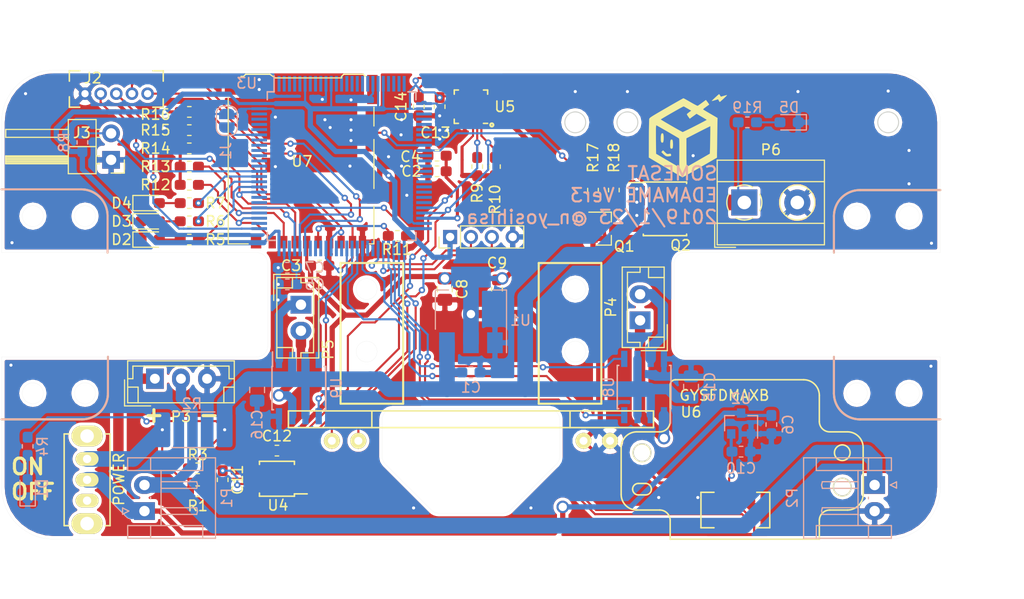
<source format=kicad_pcb>
(kicad_pcb (version 20171130) (host pcbnew "(5.0.0)")
  (title_block (title ZUNDA_Ultrasonic_board) (date 2017-06-01) (company SOMESAT) (comment 1 @j_rocket_boy))
  (layers (0 F.Cu signal) (31 B.Cu signal) (34 B.Paste user hide) (35 F.Paste user hide) (36 B.SilkS user) (37 F.SilkS user) (38 B.Mask user) (39 F.Mask user) (44 Edge.Cuts user))
  (net 0 "")
  (net 1 GND)
  (net 2 +BATT)
  (net 3 +3V3)
  (net 4 "Net-(D2-Pad2)")
  (net 5 "Net-(D3-Pad2)")
  (net 6 "Net-(D4-Pad2)")
  (net 7 "Net-(D5-Pad2)")
  (net 8 /LED1)
  (net 9 /GPS_BACKUP)
  (net 10 "Net-(D1-Pad2)")
  (net 11 /WiFi_RX)
  (net 12 /WiFi_TX)
  (net 13 /SWCLK)
  (net 14 /SWDIO)
  (net 15 /PC_RX)
  (net 16 /PC_TX)
  (net 17 /FLIGHT_PIN)
  (net 18 /LED2)
  (net 19 /LED3)
  (net 20 /GPS_RX)
  (net 21 /GPS_TX)
  (net 22 /SDIO_D2)
  (net 23 /SDIO_CK)
  (net 24 /SDIO_D0)
  (net 25 /SDIO_D1)
  (net 26 /SDIO_D3)
  (net 27 /SDIO_CMD)
  (net 28 /MOTOR_RR)
  (net 29 /MOTOR_RF)
  (net 30 /I2C_SCL)
  (net 31 /I2C_SDA)
  (net 32 /MOTOR_LR)
  (net 33 /MOTOR_LF)
  (net 34 "Net-(C5-Pad1)")
  (net 35 /CAMERA_RX)
  (net 36 /CAMERA_TX)
  (net 37 "Net-(R1-Pad2)")
  (net 38 /NICHROME)
  (net 39 "Net-(C2-Pad1)")
  (net 40 "Net-(C6-Pad1)")
  (net 41 "Net-(C11-Pad1)")
  (net 42 "Net-(C11-Pad2)")
  (net 43 "Net-(C14-Pad1)")
  (net 44 "Net-(J1-Pad2)")
  (net 45 "Net-(P1-Pad2)")
  (net 46 "Net-(P4-Pad1)")
  (net 47 "Net-(P4-Pad2)")
  (net 48 "Net-(P5-Pad2)")
  (net 49 "Net-(P5-Pad1)")
  (net 50 "Net-(Q1-Pad1)")
  (net 51 "Net-(Q1-Pad3)")
  (net 52 "Net-(R11-Pad1)")
  (net 53 /SD)
  (net 54 "Net-(P6-Pad1)")
  (module Package_QFP:LQFP-100_14x14mm_P0.5mm (layer B.Cu) (at 52.1 27.2 270)
    (fp_text reference U3 (at -7.95 9.1) (layer B.SilkS) (effects (justify mirror)))
    (fp_text value STM32F767VITx)
    (pad 1 smd rect (at -7.9 6 270) (size 1.5 0.28) (layers B.Cu B.Paste B.Mask))
    (pad 2 smd rect (at -7.9 5.5 270) (size 1.5 0.28) (layers B.Cu B.Paste B.Mask))
    (pad 3 smd rect (at -7.9 5 270) (size 1.5 0.28) (layers B.Cu B.Paste B.Mask))
    (pad 4 smd rect (at -7.9 4.5 270) (size 1.5 0.28) (layers B.Cu B.Paste B.Mask))
    (pad 5 smd rect (at -7.9 4 270) (size 1.5 0.28) (layers B.Cu B.Paste B.Mask))
    (pad 6 smd rect (at -7.9 3.5 270) (size 1.5 0.28) (layers B.Cu B.Paste B.Mask) (net 3 +3V3))
    (pad 7 smd rect (at -7.9 3 270) (size 1.5 0.28) (layers B.Cu B.Paste B.Mask))
    (pad 8 smd rect (at -7.9 2.5 270) (size 1.5 0.28) (layers B.Cu B.Paste B.Mask))
    (pad 9 smd rect (at -7.9 2 270) (size 1.5 0.28) (layers B.Cu B.Paste B.Mask))
    (pad 10 smd rect (at -7.9 1.5 270) (size 1.5 0.28) (layers B.Cu B.Paste B.Mask) (net 1 GND))
    (pad 11 smd rect (at -7.9 1 270) (size 1.5 0.28) (layers B.Cu B.Paste B.Mask) (net 3 +3V3))
    (pad 12 smd rect (at -7.9 0.5 270) (size 1.5 0.28) (layers B.Cu B.Paste B.Mask))
    (pad 13 smd rect (at -7.9 0 270) (size 1.5 0.28) (layers B.Cu B.Paste B.Mask))
    (pad 14 smd rect (at -7.9 -0.5 270) (size 1.5 0.28) (layers B.Cu B.Paste B.Mask))
    (pad 15 smd rect (at -7.9 -1 270) (size 1.5 0.28) (layers B.Cu B.Paste B.Mask))
    (pad 16 smd rect (at -7.9 -1.5 270) (size 1.5 0.28) (layers B.Cu B.Paste B.Mask))
    (pad 17 smd rect (at -7.9 -2 270) (size 1.5 0.28) (layers B.Cu B.Paste B.Mask))
    (pad 18 smd rect (at -7.9 -2.5 270) (size 1.5 0.28) (layers B.Cu B.Paste B.Mask))
    (pad 19 smd rect (at -7.9 -3 270) (size 1.5 0.28) (layers B.Cu B.Paste B.Mask) (net 1 GND))
    (pad 20 smd rect (at -7.9 -3.5 270) (size 1.5 0.28) (layers B.Cu B.Paste B.Mask) (net 3 +3V3))
    (pad 21 smd rect (at -7.9 -4 270) (size 1.5 0.28) (layers B.Cu B.Paste B.Mask) (net 3 +3V3))
    (pad 22 smd rect (at -7.9 -4.5 270) (size 1.5 0.28) (layers B.Cu B.Paste B.Mask))
    (pad 23 smd rect (at -7.9 -5 270) (size 1.5 0.28) (layers B.Cu B.Paste B.Mask))
    (pad 24 smd rect (at -7.9 -5.5 270) (size 1.5 0.28) (layers B.Cu B.Paste B.Mask))
    (pad 25 smd rect (at -7.9 -6 270) (size 1.5 0.28) (layers B.Cu B.Paste B.Mask))
    (pad 26 smd rect (at -6 -7.9 180) (size 1.5 0.28) (layers B.Cu B.Paste B.Mask) (net 1 GND))
    (pad 27 smd rect (at -5.5 -7.9 180) (size 1.5 0.28) (layers B.Cu B.Paste B.Mask) (net 3 +3V3))
    (pad 28 smd rect (at -5 -7.9 180) (size 1.5 0.28) (layers B.Cu B.Paste B.Mask))
    (pad 29 smd rect (at -4.5 -7.9 180) (size 1.5 0.28) (layers B.Cu B.Paste B.Mask))
    (pad 30 smd rect (at -4 -7.9 180) (size 1.5 0.28) (layers B.Cu B.Paste B.Mask))
    (pad 31 smd rect (at -3.5 -7.9 180) (size 1.5 0.28) (layers B.Cu B.Paste B.Mask))
    (pad 32 smd rect (at -3 -7.9 180) (size 1.5 0.28) (layers B.Cu B.Paste B.Mask))
    (pad 33 smd rect (at -2.5 -7.9 180) (size 1.5 0.28) (layers B.Cu B.Paste B.Mask))
    (pad 34 smd rect (at -2 -7.9 180) (size 1.5 0.28) (layers B.Cu B.Paste B.Mask) (net 53 /SD))
    (pad 35 smd rect (at -1.5 -7.9 180) (size 1.5 0.28) (layers B.Cu B.Paste B.Mask) (net 38 /NICHROME))
    (pad 36 smd rect (at -1 -7.9 180) (size 1.5 0.28) (layers B.Cu B.Paste B.Mask))
    (pad 37 smd rect (at -0.5 -7.9 180) (size 1.5 0.28) (layers B.Cu B.Paste B.Mask))
    (pad 38 smd rect (at 0 -7.9 180) (size 1.5 0.28) (layers B.Cu B.Paste B.Mask))
    (pad 39 smd rect (at 0.5 -7.9 180) (size 1.5 0.28) (layers B.Cu B.Paste B.Mask))
    (pad 40 smd rect (at 1 -7.9 180) (size 1.5 0.28) (layers B.Cu B.Paste B.Mask))
    (pad 41 smd rect (at 1.5 -7.9 180) (size 1.5 0.28) (layers B.Cu B.Paste B.Mask))
    (pad 42 smd rect (at 2 -7.9 180) (size 1.5 0.28) (layers B.Cu B.Paste B.Mask))
    (pad 43 smd rect (at 2.5 -7.9 180) (size 1.5 0.28) (layers B.Cu B.Paste B.Mask))
    (pad 44 smd rect (at 3 -7.9 180) (size 1.5 0.28) (layers B.Cu B.Paste B.Mask))
    (pad 45 smd rect (at 3.5 -7.9 180) (size 1.5 0.28) (layers B.Cu B.Paste B.Mask))
    (pad 46 smd rect (at 4 -7.9 180) (size 1.5 0.28) (layers B.Cu B.Paste B.Mask) (net 30 /I2C_SCL))
    (pad 47 smd rect (at 4.5 -7.9 180) (size 1.5 0.28) (layers B.Cu B.Paste B.Mask) (net 31 /I2C_SDA))
    (pad 48 smd rect (at 5 -7.9 180) (size 1.5 0.28) (layers B.Cu B.Paste B.Mask) (net 39 "Net-(C2-Pad1)"))
    (pad 49 smd rect (at 5.5 -7.9 180) (size 1.5 0.28) (layers B.Cu B.Paste B.Mask) (net 1 GND))
    (pad 50 smd rect (at 6 -7.9 180) (size 1.5 0.28) (layers B.Cu B.Paste B.Mask) (net 3 +3V3))
    (pad 51 smd rect (at 7.9 -6 270) (size 1.5 0.28) (layers B.Cu B.Paste B.Mask) (net 12 /WiFi_TX))
    (pad 52 smd rect (at 7.9 -5.5 270) (size 1.5 0.28) (layers B.Cu B.Paste B.Mask) (net 11 /WiFi_RX))
    (pad 53 smd rect (at 7.9 -5 270) (size 1.5 0.28) (layers B.Cu B.Paste B.Mask) (net 20 /GPS_RX))
    (pad 54 smd rect (at 7.9 -4.5 270) (size 1.5 0.28) (layers B.Cu B.Paste B.Mask) (net 21 /GPS_TX))
    (pad 55 smd rect (at 7.9 -4 270) (size 1.5 0.28) (layers B.Cu B.Paste B.Mask) (net 35 /CAMERA_RX))
    (pad 56 smd rect (at 7.9 -3.5 270) (size 1.5 0.28) (layers B.Cu B.Paste B.Mask) (net 36 /CAMERA_TX))
    (pad 57 smd rect (at 7.9 -3 270) (size 1.5 0.28) (layers B.Cu B.Paste B.Mask))
    (pad 58 smd rect (at 7.9 -2.5 270) (size 1.5 0.28) (layers B.Cu B.Paste B.Mask))
    (pad 59 smd rect (at 7.9 -2 270) (size 1.5 0.28) (layers B.Cu B.Paste B.Mask) (net 29 /MOTOR_RF))
    (pad 60 smd rect (at 7.9 -1.5 270) (size 1.5 0.28) (layers B.Cu B.Paste B.Mask) (net 28 /MOTOR_RR))
    (pad 61 smd rect (at 7.9 -1 270) (size 1.5 0.28) (layers B.Cu B.Paste B.Mask) (net 32 /MOTOR_LR))
    (pad 62 smd rect (at 7.9 -0.5 270) (size 1.5 0.28) (layers B.Cu B.Paste B.Mask) (net 33 /MOTOR_LF))
    (pad 63 smd rect (at 7.9 0 270) (size 1.5 0.28) (layers B.Cu B.Paste B.Mask))
    (pad 64 smd rect (at 7.9 0.5 270) (size 1.5 0.28) (layers B.Cu B.Paste B.Mask))
    (pad 65 smd rect (at 7.9 1 270) (size 1.5 0.28) (layers B.Cu B.Paste B.Mask) (net 24 /SDIO_D0))
    (pad 66 smd rect (at 7.9 1.5 270) (size 1.5 0.28) (layers B.Cu B.Paste B.Mask) (net 25 /SDIO_D1))
    (pad 67 smd rect (at 7.9 2 270) (size 1.5 0.28) (layers B.Cu B.Paste B.Mask))
    (pad 68 smd rect (at 7.9 2.5 270) (size 1.5 0.28) (layers B.Cu B.Paste B.Mask))
    (pad 69 smd rect (at 7.9 3 270) (size 1.5 0.28) (layers B.Cu B.Paste B.Mask))
    (pad 70 smd rect (at 7.9 3.5 270) (size 1.5 0.28) (layers B.Cu B.Paste B.Mask) (net 16 /PC_TX))
    (pad 71 smd rect (at 7.9 4 270) (size 1.5 0.28) (layers B.Cu B.Paste B.Mask) (net 15 /PC_RX))
    (pad 72 smd rect (at 7.9 4.5 270) (size 1.5 0.28) (layers B.Cu B.Paste B.Mask) (net 14 /SWDIO))
    (pad 73 smd rect (at 7.9 5 270) (size 1.5 0.28) (layers B.Cu B.Paste B.Mask) (net 34 "Net-(C5-Pad1)"))
    (pad 74 smd rect (at 7.9 5.5 270) (size 1.5 0.28) (layers B.Cu B.Paste B.Mask) (net 1 GND))
    (pad 75 smd rect (at 7.9 6 270) (size 1.5 0.28) (layers B.Cu B.Paste B.Mask) (net 3 +3V3))
    (pad 76 smd rect (at 6 7.9 180) (size 1.5 0.28) (layers B.Cu B.Paste B.Mask) (net 13 /SWCLK))
    (pad 77 smd rect (at 5.5 7.9 180) (size 1.5 0.28) (layers B.Cu B.Paste B.Mask))
    (pad 78 smd rect (at 5 7.9 180) (size 1.5 0.28) (layers B.Cu B.Paste B.Mask) (net 22 /SDIO_D2))
    (pad 79 smd rect (at 4.5 7.9 180) (size 1.5 0.28) (layers B.Cu B.Paste B.Mask) (net 26 /SDIO_D3))
    (pad 80 smd rect (at 4 7.9 180) (size 1.5 0.28) (layers B.Cu B.Paste B.Mask) (net 23 /SDIO_CK))
    (pad 81 smd rect (at 3.5 7.9 180) (size 1.5 0.28) (layers B.Cu B.Paste B.Mask))
    (pad 82 smd rect (at 3 7.9 180) (size 1.5 0.28) (layers B.Cu B.Paste B.Mask))
    (pad 83 smd rect (at 2.5 7.9 180) (size 1.5 0.28) (layers B.Cu B.Paste B.Mask) (net 27 /SDIO_CMD))
    (pad 84 smd rect (at 2 7.9 180) (size 1.5 0.28) (layers B.Cu B.Paste B.Mask) (net 8 /LED1))
    (pad 85 smd rect (at 1.5 7.9 180) (size 1.5 0.28) (layers B.Cu B.Paste B.Mask) (net 18 /LED2))
    (pad 86 smd rect (at 1 7.9 180) (size 1.5 0.28) (layers B.Cu B.Paste B.Mask) (net 19 /LED3))
    (pad 87 smd rect (at 0.5 7.9 180) (size 1.5 0.28) (layers B.Cu B.Paste B.Mask) (net 17 /FLIGHT_PIN))
    (pad 88 smd rect (at 0 7.9 180) (size 1.5 0.28) (layers B.Cu B.Paste B.Mask))
    (pad 89 smd rect (at -0.5 7.9 180) (size 1.5 0.28) (layers B.Cu B.Paste B.Mask))
    (pad 90 smd rect (at -1 7.9 180) (size 1.5 0.28) (layers B.Cu B.Paste B.Mask))
    (pad 91 smd rect (at -1.5 7.9 180) (size 1.5 0.28) (layers B.Cu B.Paste B.Mask))
    (pad 92 smd rect (at -2 7.9 180) (size 1.5 0.28) (layers B.Cu B.Paste B.Mask))
    (pad 93 smd rect (at -2.5 7.9 180) (size 1.5 0.28) (layers B.Cu B.Paste B.Mask))
    (pad 94 smd rect (at -3 7.9 180) (size 1.5 0.28) (layers B.Cu B.Paste B.Mask) (net 44 "Net-(J1-Pad2)"))
    (pad 95 smd rect (at -3.5 7.9 180) (size 1.5 0.28) (layers B.Cu B.Paste B.Mask))
    (pad 96 smd rect (at -4 7.9 180) (size 1.5 0.28) (layers B.Cu B.Paste B.Mask))
    (pad 97 smd rect (at -4.5 7.9 180) (size 1.5 0.28) (layers B.Cu B.Paste B.Mask))
    (pad 98 smd rect (at -5 7.9 180) (size 1.5 0.28) (layers B.Cu B.Paste B.Mask))
    (pad 99 smd rect (at -5.5 7.9 180) (size 1.5 0.28) (layers B.Cu B.Paste B.Mask) (net 1 GND))
    (pad 100 smd rect (at -6 7.9 180) (size 1.5 0.28) (layers B.Cu B.Paste B.Mask) (net 3 +3V3))
  )
  (module Package_SO:SOIC-8_3.9x4.9mm_P1.27mm (layer F.Cu) (at 83.1 31.3)
    (fp_text reference Q2 (at 1.5 3.5) (layer F.SilkS))
    (fp_text value FDS4675)
    (pad 8 smd rect (at 2.7 -1.905) (size 1.55 0.6) (layers F.Cu F.Paste F.Mask) (net 54 "Net-(P6-Pad1)"))
    (pad 7 smd rect (at 2.7 -0.635) (size 1.55 0.6) (layers F.Cu F.Paste F.Mask) (net 54 "Net-(P6-Pad1)"))
    (pad 6 smd rect (at 2.7 0.635) (size 1.55 0.6) (layers F.Cu F.Paste F.Mask) (net 54 "Net-(P6-Pad1)"))
    (pad 5 smd rect (at 2.7 1.905) (size 1.55 0.6) (layers F.Cu F.Paste F.Mask) (net 54 "Net-(P6-Pad1)"))
    (pad 4 smd rect (at -2.7 1.905) (size 1.55 0.6) (layers F.Cu F.Paste F.Mask) (net 51 "Net-(Q1-Pad3)"))
    (pad 3 smd rect (at -2.7 0.635) (size 1.55 0.6) (layers F.Cu F.Paste F.Mask) (net 2 +BATT))
    (pad 2 smd rect (at -2.7 -0.635) (size 1.55 0.6) (layers F.Cu F.Paste F.Mask) (net 2 +BATT))
    (pad 1 smd rect (at -2.7 -1.905) (size 1.55 0.6) (layers F.Cu F.Paste F.Mask) (net 2 +BATT))
  )
  (module Package_SO:SOIC-8_3.9x4.9mm_P1.27mm (layer B.Cu) (at 48 48.5 270)
    (fp_text reference U9 (at 0 -3.6 270) (layer B.SilkS) (effects (justify mirror)))
    (fp_text value BD6231F)
    (pad 8 smd rect (at 2.7 1.905 270) (size 1.55 0.6) (layers B.Cu B.Paste B.Mask) (net 1 GND))
    (pad 7 smd rect (at 2.7 0.635 270) (size 1.55 0.6) (layers B.Cu B.Paste B.Mask) (net 48 "Net-(P5-Pad2)"))
    (pad 6 smd rect (at 2.7 -0.635 270) (size 1.55 0.6) (layers B.Cu B.Paste B.Mask) (net 2 +BATT))
    (pad 5 smd rect (at 2.7 -1.905 270) (size 1.55 0.6) (layers B.Cu B.Paste B.Mask) (net 32 /MOTOR_LR))
    (pad 4 smd rect (at -2.7 -1.905 270) (size 1.55 0.6) (layers B.Cu B.Paste B.Mask) (net 33 /MOTOR_LF))
    (pad 3 smd rect (at -2.7 -0.635 270) (size 1.55 0.6) (layers B.Cu B.Paste B.Mask) (net 2 +BATT))
    (pad 2 smd rect (at -2.7 0.635 270) (size 1.55 0.6) (layers B.Cu B.Paste B.Mask) (net 2 +BATT))
    (pad 1 smd rect (at -2.7 1.905 270) (size 1.55 0.6) (layers B.Cu B.Paste B.Mask) (net 49 "Net-(P5-Pad1)"))
  )
  (module ZUNDA_lib:ZUNDA_WIRELESS (layer F.Cu) (at 64.5 52.29)
    (fp_text reference J4 hide)
    (fp_text value WiFi)
    (pad 1 thru_hole circle (at -13.335 1.27) (size 1.524 1.524) (drill 0.762) (layers *.Cu *.Mask F.SilkS) (net 11 /WiFi_RX))
    (pad 2 thru_hole circle (at -10.795 1.27) (size 1.524 1.524) (drill 0.762) (layers *.Cu *.Mask F.SilkS) (net 12 /WiFi_TX))
    (pad 3 thru_hole circle (at 10.795 1.27) (size 1.524 1.524) (drill 0.762) (layers *.Cu *.Mask F.SilkS) (net 3 +3V3))
    (pad 4 thru_hole circle (at 13.335 1.27) (size 1.524 1.524) (drill 0.762) (layers *.Cu *.Mask F.SilkS) (net 1 GND))
  )
  (module Pin_Headers:Pin_Header_Straight_1x04_Pitch2.00mm (layer F.Cu) (at 62.5 34 90)
    (fp_text reference J5 hide)
    (fp_text value C1098)
    (pad 1 thru_hole rect (at 0 0 90) (size 1.35 1.35) (drill 0.8) (layers *.Cu *.Mask) (net 3 +3V3))
    (pad 2 thru_hole oval (at 0 2 90) (size 1.35 1.35) (drill 0.8) (layers *.Cu *.Mask) (net 36 /CAMERA_TX))
    (pad 3 thru_hole oval (at 0 4 90) (size 1.35 1.35) (drill 0.8) (layers *.Cu *.Mask) (net 35 /CAMERA_RX))
    (pad 4 thru_hole oval (at 0 6 90) (size 1.35 1.35) (drill 0.8) (layers *.Cu *.Mask) (net 1 GND))
  )
  (module ZUNDA_lib:SOMESAT (layer F.Cu) (at 85 24.25)
    (fp_text reference G*** hide)
    (fp_text value LOGO hide)
  )
  (module LED_SMD:LED_0603_1608Metric_Pad1.05x0.95mm_HandSolder (layer B.Cu) (at 22.000408 58.152172 90)
    (fp_text reference D1 (at 0 1.43 90) (layer B.SilkS) (effects (justify mirror)))
    (fp_text value LED)
    (pad 1 smd roundrect (at -0.875 0 90) (size 1.05 0.95) (layers B.Cu B.Paste B.Mask) (net 1 GND))
    (pad 2 smd roundrect (at 0.875 0 90) (size 1.05 0.95) (layers B.Cu B.Paste B.Mask) (net 10 "Net-(D1-Pad2)"))
  )
  (module Connector_PinHeader_2.54mm:PinHeader_1x02_P2.54mm_Horizontal (layer F.Cu) (at 30 26.6 180)
    (fp_text reference J3 (at 2.8 2.6 180) (layer F.SilkS))
    (fp_text value FLIGHT_PIN)
    (pad 1 thru_hole rect (at 0 0 180) (size 1.7 1.7) (drill 1) (layers *.Cu *.Mask) (net 1 GND))
    (pad 2 thru_hole oval (at 0 2.54 180) (size 1.7 1.7) (drill 1) (layers *.Cu *.Mask) (net 17 /FLIGHT_PIN))
  )
  (module TerminalBlock_MetzConnect:TerminalBlock_MetzConnect_Type101_RT01602HBWC_1x02_P5.08mm_Horizontal (layer F.Cu) (at 90.708 30.692)
    (fp_text reference P6 (at 2.54 -5.06) (layer F.SilkS))
    (fp_text value NICHROME)
    (pad 1 thru_hole rect (at 0 0) (size 2.5 2.5) (drill 1.3) (layers *.Cu *.Mask) (net 54 "Net-(P6-Pad1)"))
    (pad 2 thru_hole circle (at 5.08 0) (size 2.5 2.5) (drill 1.3) (layers *.Cu *.Mask) (net 1 GND))
  )
  (module Connector_JST:JST_EH_B02B-EH-A_1x02_P2.50mm_Vertical (layer F.Cu) (at 80.714 42 90)
    (fp_text reference P4 (at 1.25 -2.8 90) (layer F.SilkS))
    (fp_text value MOTOR_R)
    (pad 1 thru_hole rect (at 0 0 90) (size 1.7 2) (drill 1) (layers *.Cu *.Mask) (net 46 "Net-(P4-Pad1)"))
    (pad 2 thru_hole oval (at 2.5 0 90) (size 1.7 2) (drill 1) (layers *.Cu *.Mask) (net 47 "Net-(P4-Pad2)"))
  )
  (module Connector_JST:JST_EH_B02B-EH-A_1x02_P2.50mm_Vertical (layer F.Cu) (at 48.2 40.5 270)
    (fp_text reference P5 (at 4.3 -2.598 270) (layer F.SilkS))
    (fp_text value MOTOR_L)
    (pad 2 thru_hole oval (at 2.5 0 270) (size 1.7 2) (drill 1) (layers *.Cu *.Mask) (net 48 "Net-(P5-Pad2)"))
    (pad 1 thru_hole rect (at 0 0 270) (size 1.7 2) (drill 1) (layers *.Cu *.Mask) (net 49 "Net-(P5-Pad1)"))
  )
  (module Resistor_SMD:R_0603_1608Metric_Pad1.05x0.95mm_HandSolder (layer B.Cu) (at 22.000408 54.088172 90)
    (fp_text reference R4 (at 0 1.43 90) (layer B.SilkS) (effects (justify mirror)))
    (fp_text value 1k)
    (pad 1 smd roundrect (at -0.875 0 90) (size 1.05 0.95) (layers B.Cu B.Paste B.Mask) (net 10 "Net-(D1-Pad2)"))
    (pad 2 smd roundrect (at 0.875 0 90) (size 1.05 0.95) (layers B.Cu B.Paste B.Mask) (net 2 +BATT))
  )
  (module Capacitor_SMD:C_0603_1608Metric_Pad1.05x0.95mm_HandSolder (layer B.Cu) (at 64.5 47)
    (fp_text reference C1 (at 0 1.43) (layer B.SilkS) (effects (justify mirror)))
    (fp_text value 0.1u)
    (pad 1 smd roundrect (at -0.875 0) (size 1.05 0.95) (layers B.Cu B.Paste B.Mask) (net 2 +BATT))
    (pad 2 smd roundrect (at 0.875 0) (size 1.05 0.95) (layers B.Cu B.Paste B.Mask) (net 1 GND))
  )
  (module Capacitor_SMD:C_0603_1608Metric_Pad1.05x0.95mm_HandSolder (layer F.Cu) (at 61.25 27.7 180)
    (fp_text reference C2 (at 2.45 0 180) (layer F.SilkS))
    (fp_text value 2.2u)
    (pad 1 smd roundrect (at -0.875 0 180) (size 1.05 0.95) (layers F.Cu F.Paste F.Mask) (net 39 "Net-(C2-Pad1)"))
    (pad 2 smd roundrect (at 0.875 0 180) (size 1.05 0.95) (layers F.Cu F.Paste F.Mask) (net 1 GND))
  )
  (module Capacitor_SMD:C_0603_1608Metric_Pad1.05x0.95mm_HandSolder (layer F.Cu) (at 50 36.75)
    (fp_text reference C3 (at -2.75 0) (layer F.SilkS))
    (fp_text value 0.1u)
    (pad 2 smd roundrect (at 0.875 0) (size 1.05 0.95) (layers F.Cu F.Paste F.Mask) (net 1 GND))
    (pad 1 smd roundrect (at -0.875 0) (size 1.05 0.95) (layers F.Cu F.Paste F.Mask) (net 3 +3V3))
  )
  (module Capacitor_SMD:C_0603_1608Metric_Pad1.05x0.95mm_HandSolder (layer F.Cu) (at 61.25 26.2 180)
    (fp_text reference C4 (at 2.55 -0.1 180) (layer F.SilkS))
    (fp_text value 0.1u)
    (pad 2 smd roundrect (at 0.875 0 180) (size 1.05 0.95) (layers F.Cu F.Paste F.Mask) (net 1 GND))
    (pad 1 smd roundrect (at -0.875 0 180) (size 1.05 0.95) (layers F.Cu F.Paste F.Mask) (net 39 "Net-(C2-Pad1)"))
  )
  (module Capacitor_SMD:C_0603_1608Metric_Pad1.05x0.95mm_HandSolder (layer B.Cu) (at 46.9 38.55 180)
    (fp_text reference C5 (at -2.625 0 180) (layer B.SilkS) (effects (justify mirror)))
    (fp_text value 2.2u)
    (pad 1 smd roundrect (at -0.875 0 180) (size 1.05 0.95) (layers B.Cu B.Paste B.Mask) (net 34 "Net-(C5-Pad1)"))
    (pad 2 smd roundrect (at 0.875 0 180) (size 1.05 0.95) (layers B.Cu B.Paste B.Mask) (net 1 GND))
  )
  (module Capacitor_SMD:C_0603_1608Metric_Pad1.05x0.95mm_HandSolder (layer B.Cu) (at 93.3 52 270)
    (fp_text reference C6 (at 0 -1.6 270) (layer B.SilkS) (effects (justify mirror)))
    (fp_text value 1u)
    (pad 2 smd roundrect (at 0.875 0 270) (size 1.05 0.95) (layers B.Cu B.Paste B.Mask) (net 1 GND))
    (pad 1 smd roundrect (at -0.875 0 270) (size 1.05 0.95) (layers B.Cu B.Paste B.Mask) (net 40 "Net-(C6-Pad1)"))
  )
  (module Capacitor_SMD:C_0603_1608Metric_Pad1.05x0.95mm_HandSolder (layer B.Cu) (at 46.9 36.95 180)
    (fp_text reference C7 (at -2.625 0 180) (layer B.SilkS) (effects (justify mirror)))
    (fp_text value 0.1u)
    (pad 2 smd roundrect (at 0.875 0 180) (size 1.05 0.95) (layers B.Cu B.Paste B.Mask) (net 1 GND))
    (pad 1 smd roundrect (at -0.875 0 180) (size 1.05 0.95) (layers B.Cu B.Paste B.Mask) (net 34 "Net-(C5-Pad1)"))
  )
  (module Capacitor_SMD:C_0805_2012Metric_Pad1.15x1.40mm_HandSolder (layer F.Cu) (at 62 39 270)
    (fp_text reference C8 (at 0 -1.65 270) (layer F.SilkS))
    (fp_text value 10u)
    (pad 1 smd roundrect (at -1.025 0 270) (size 1.15 1.4) (layers F.Cu F.Paste F.Mask) (roundrect_rratio 0.217391) (net 3 +3V3))
    (pad 2 smd roundrect (at 1.025 0 270) (size 1.15 1.4) (layers F.Cu F.Paste F.Mask) (roundrect_rratio 0.217391) (net 1 GND))
  )
  (module Capacitor_SMD:C_0603_1608Metric_Pad1.05x0.95mm_HandSolder (layer F.Cu) (at 67 39 270)
    (fp_text reference C9 (at -2.5 0 180) (layer F.SilkS))
    (fp_text value 0.1u)
    (pad 2 smd roundrect (at 0.875 0 270) (size 1.05 0.95) (layers F.Cu F.Paste F.Mask) (net 1 GND))
    (pad 1 smd roundrect (at -0.875 0 270) (size 1.05 0.95) (layers F.Cu F.Paste F.Mask) (net 3 +3V3))
  )
  (module Capacitor_SMD:C_0603_1608Metric_Pad1.05x0.95mm_HandSolder (layer B.Cu) (at 90.4 54.6)
    (fp_text reference C10 (at 0 1.6) (layer B.SilkS) (effects (justify mirror)))
    (fp_text value 1u)
    (pad 1 smd roundrect (at -0.875 0) (size 1.05 0.95) (layers B.Cu B.Paste B.Mask) (net 9 /GPS_BACKUP))
    (pad 2 smd roundrect (at 0.875 0) (size 1.05 0.95) (layers B.Cu B.Paste B.Mask) (net 1 GND))
  )
  (module Capacitor_SMD:C_0603_1608Metric_Pad1.05x0.95mm_HandSolder (layer F.Cu) (at 40.7 57.3 270)
    (fp_text reference C11 (at 0 -1.43 270) (layer F.SilkS))
    (fp_text value 0.1u)
    (pad 1 smd roundrect (at -0.875 0 270) (size 1.05 0.95) (layers F.Cu F.Paste F.Mask) (net 41 "Net-(C11-Pad1)"))
    (pad 2 smd roundrect (at 0.875 0 270) (size 1.05 0.95) (layers F.Cu F.Paste F.Mask) (net 42 "Net-(C11-Pad2)"))
  )
  (module Capacitor_SMD:C_0603_1608Metric_Pad1.05x0.95mm_HandSolder (layer F.Cu) (at 45.9 54.5)
    (fp_text reference C12 (at 0 -1.4) (layer F.SilkS))
    (fp_text value 0.1u)
    (pad 1 smd roundrect (at -0.875 0) (size 1.05 0.95) (layers F.Cu F.Paste F.Mask) (net 1 GND))
    (pad 2 smd roundrect (at 0.875 0) (size 1.05 0.95) (layers F.Cu F.Paste F.Mask) (net 3 +3V3))
  )
  (module Capacitor_SMD:C_0603_1608Metric_Pad1.05x0.95mm_HandSolder (layer F.Cu) (at 61.5 21.5 270)
    (fp_text reference C13 (at 2.5 0.4) (layer F.SilkS))
    (fp_text value 0.1u)
    (pad 1 smd roundrect (at -0.875 0 270) (size 1.05 0.95) (layers F.Cu F.Paste F.Mask) (net 3 +3V3))
    (pad 2 smd roundrect (at 0.875 0 270) (size 1.05 0.95) (layers F.Cu F.Paste F.Mask) (net 1 GND))
  )
  (module Capacitor_SMD:C_0603_1608Metric_Pad1.05x0.95mm_HandSolder (layer F.Cu) (at 59.5 21.5 270)
    (fp_text reference C14 (at 0 1.7 270) (layer F.SilkS))
    (fp_text value 0.1u)
    (pad 2 smd roundrect (at 0.875 0 270) (size 1.05 0.95) (layers F.Cu F.Paste F.Mask) (net 1 GND))
    (pad 1 smd roundrect (at -0.875 0 270) (size 1.05 0.95) (layers F.Cu F.Paste F.Mask) (net 43 "Net-(C14-Pad1)"))
  )
  (module Capacitor_SMD:C_0805_2012Metric_Pad1.15x1.40mm_HandSolder (layer B.Cu) (at 85.6 48.4 90)
    (fp_text reference C15 (at 0 1.8 90) (layer B.SilkS) (effects (justify mirror)))
    (fp_text value 10u)
    (pad 2 smd roundrect (at 1.025 0 90) (size 1.15 1.4) (layers B.Cu B.Paste B.Mask) (roundrect_rratio 0.217391) (net 1 GND))
    (pad 1 smd roundrect (at -1.025 0 90) (size 1.15 1.4) (layers B.Cu B.Paste B.Mask) (roundrect_rratio 0.217391) (net 2 +BATT))
  )
  (module Capacitor_SMD:C_0805_2012Metric_Pad1.15x1.40mm_HandSolder (layer B.Cu) (at 44 48.675 270)
    (fp_text reference C16 (at 3.325 0 270) (layer B.SilkS) (effects (justify mirror)))
    (fp_text value 10u)
    (pad 1 smd roundrect (at -1.025 0 270) (size 1.15 1.4) (layers B.Cu B.Paste B.Mask) (roundrect_rratio 0.217391) (net 2 +BATT))
    (pad 2 smd roundrect (at 1.025 0 270) (size 1.15 1.4) (layers B.Cu B.Paste B.Mask) (roundrect_rratio 0.217391) (net 1 GND))
  )
  (module LED_SMD:LED_0603_1608Metric_Pad1.05x0.95mm_HandSolder (layer F.Cu) (at 33.75 34.25)
    (fp_text reference D2 (at -2.75 0) (layer F.SilkS))
    (fp_text value LED)
    (pad 1 smd roundrect (at -0.875 0) (size 1.05 0.95) (layers F.Cu F.Paste F.Mask) (net 1 GND))
    (pad 2 smd roundrect (at 0.875 0) (size 1.05 0.95) (layers F.Cu F.Paste F.Mask) (net 4 "Net-(D2-Pad2)"))
  )
  (module LED_SMD:LED_0603_1608Metric_Pad1.05x0.95mm_HandSolder (layer F.Cu) (at 33.75 32.5)
    (fp_text reference D3 (at -2.75 0) (layer F.SilkS))
    (fp_text value LED)
    (pad 2 smd roundrect (at 0.875 0) (size 1.05 0.95) (layers F.Cu F.Paste F.Mask) (net 5 "Net-(D3-Pad2)"))
    (pad 1 smd roundrect (at -0.875 0) (size 1.05 0.95) (layers F.Cu F.Paste F.Mask) (net 1 GND))
  )
  (module LED_SMD:LED_0603_1608Metric_Pad1.05x0.95mm_HandSolder (layer F.Cu) (at 33.75 30.75)
    (fp_text reference D4 (at -2.75 0) (layer F.SilkS))
    (fp_text value LED)
    (pad 1 smd roundrect (at -0.875 0) (size 1.05 0.95) (layers F.Cu F.Paste F.Mask) (net 1 GND))
    (pad 2 smd roundrect (at 0.875 0) (size 1.05 0.95) (layers F.Cu F.Paste F.Mask) (net 6 "Net-(D4-Pad2)"))
  )
  (module LED_SMD:LED_0603_1608Metric_Pad1.05x0.95mm_HandSolder (layer B.Cu) (at 95 23 180)
    (fp_text reference D5 (at 0 1.43 180) (layer B.SilkS) (effects (justify mirror)))
    (fp_text value LED)
    (pad 2 smd roundrect (at 0.875 0 180) (size 1.05 0.95) (layers B.Cu B.Paste B.Mask) (net 7 "Net-(D5-Pad2)"))
    (pad 1 smd roundrect (at -0.875 0 180) (size 1.05 0.95) (layers B.Cu B.Paste B.Mask) (net 1 GND))
  )
  (module Jumper:SolderJumper-2_P1.3mm_Open_RoundedPad1.0x1.5mm (layer B.Cu) (at 41.1 22.85 270)
    (fp_text reference J1 (at 2.9 0.1 270) (layer B.SilkS) (effects (justify mirror)))
    (fp_text value BOOT0)
    (pad 1 smd custom (at -0.65 0 270) (size 1 0.5) (layers B.Cu B.Mask) (net 1 GND) (options (clearance outline) (anchor rect)) (primitives (gr_circle (center 0 -0.25) (end 0.5 -0.25) (width 0)) (gr_circle (center 0 0.25) (end 0.5 0.25) (width 0)) (gr_poly (pts (xy 0 0.75) (xy 0.5 0.75) (xy 0.5 -0.75) (xy 0 -0.75)) (width 0))))
    (pad 2 smd custom (at 0.65 0 270) (size 1 0.5) (layers B.Cu B.Mask) (net 44 "Net-(J1-Pad2)") (options (clearance outline) (anchor rect)) (primitives (gr_circle (center 0 -0.25) (end 0.5 -0.25) (width 0)) (gr_circle (center 0 0.25) (end 0.5 0.25) (width 0)) (gr_poly (pts (xy 0 0.75) (xy -0.5 0.75) (xy -0.5 -0.75) (xy 0 -0.75)) (width 0))))
  )
  (module user:STlink (layer F.Cu) (at 33.5 20.25 180)
    (fp_text reference J2 (at 5.25 1.5 180) (layer F.SilkS))
    (fp_text value Debug)
    (pad 1 thru_hole circle (at 0 0 180) (size 1.2 1.2) (drill 0.7) (layers *.Cu *.Mask) (net 15 /PC_RX))
    (pad 2 thru_hole circle (at 1.5 0 180) (size 1.2 1.2) (drill 0.7) (layers *.Cu *.Mask) (net 16 /PC_TX))
    (pad 3 thru_hole circle (at 3 0 180) (size 1.2 1.2) (drill 0.7) (layers *.Cu *.Mask) (net 13 /SWCLK))
    (pad 4 thru_hole circle (at 4.5 0 180) (size 1.2 1.2) (drill 0.7) (layers *.Cu *.Mask) (net 14 /SWDIO))
    (pad 5 thru_hole circle (at 6 0 180) (size 1.2 1.2) (drill 0.7) (layers *.Cu *.Mask) (net 1 GND))
  )
  (module Package_TO_SOT_SMD:SOT-23 (layer F.Cu) (at 77.2 33.2)
    (fp_text reference Q1 (at 2 1.7) (layer F.SilkS))
    (fp_text value 2SC2712)
    (pad 1 smd rect (at -1 -0.95) (size 0.9 0.8) (layers F.Cu F.Paste F.Mask) (net 50 "Net-(Q1-Pad1)"))
    (pad 2 smd rect (at -1 0.95) (size 0.9 0.8) (layers F.Cu F.Paste F.Mask) (net 1 GND))
    (pad 3 smd rect (at 1 0) (size 0.9 0.8) (layers F.Cu F.Paste F.Mask) (net 51 "Net-(Q1-Pad3)"))
  )
  (module Resistor_SMD:R_0603_1608Metric_Pad1.05x0.95mm_HandSolder (layer F.Cu) (at 38.3 58.4 180)
    (fp_text reference R1 (at 0 -1.4 180) (layer F.SilkS))
    (fp_text value 10)
    (pad 2 smd roundrect (at 0.875 0 180) (size 1.05 0.95) (layers F.Cu F.Paste F.Mask) (net 37 "Net-(R1-Pad2)"))
    (pad 1 smd roundrect (at -0.875 0 180) (size 1.05 0.95) (layers F.Cu F.Paste F.Mask) (net 42 "Net-(C11-Pad2)"))
  )
  (module Resistor_SMD:R_0603_1608Metric_Pad1.05x0.95mm_HandSolder (layer F.Cu) (at 38.3 56.2 180)
    (fp_text reference R3 (at 0 1.3 180) (layer F.SilkS))
    (fp_text value 10)
    (pad 2 smd roundrect (at 0.875 0 180) (size 1.05 0.95) (layers F.Cu F.Paste F.Mask) (net 2 +BATT))
    (pad 1 smd roundrect (at -0.875 0 180) (size 1.05 0.95) (layers F.Cu F.Paste F.Mask) (net 41 "Net-(C11-Pad1)"))
  )
  (module Resistor_SMD:R_0603_1608Metric_Pad1.05x0.95mm_HandSolder (layer F.Cu) (at 37.5 34.25)
    (fp_text reference R5 (at 2.5 0) (layer F.SilkS))
    (fp_text value 1k)
    (pad 1 smd roundrect (at -0.875 0) (size 1.05 0.95) (layers F.Cu F.Paste F.Mask) (net 4 "Net-(D2-Pad2)"))
    (pad 2 smd roundrect (at 0.875 0) (size 1.05 0.95) (layers F.Cu F.Paste F.Mask) (net 8 /LED1))
  )
  (module Resistor_SMD:R_0603_1608Metric_Pad1.05x0.95mm_HandSolder (layer F.Cu) (at 37.5 32.5)
    (fp_text reference R6 (at 2.5 0) (layer F.SilkS))
    (fp_text value 1k)
    (pad 2 smd roundrect (at 0.875 0) (size 1.05 0.95) (layers F.Cu F.Paste F.Mask) (net 18 /LED2))
    (pad 1 smd roundrect (at -0.875 0) (size 1.05 0.95) (layers F.Cu F.Paste F.Mask) (net 5 "Net-(D3-Pad2)"))
  )
  (module Resistor_SMD:R_0603_1608Metric_Pad1.05x0.95mm_HandSolder (layer F.Cu) (at 37.5 30.75)
    (fp_text reference R7 (at 2.5 0) (layer F.SilkS))
    (fp_text value 1k)
    (pad 1 smd roundrect (at -0.875 0) (size 1.05 0.95) (layers F.Cu F.Paste F.Mask) (net 6 "Net-(D4-Pad2)"))
    (pad 2 smd roundrect (at 0.875 0) (size 1.05 0.95) (layers F.Cu F.Paste F.Mask) (net 19 /LED3))
  )
  (module Resistor_SMD:R_0603_1608Metric_Pad1.05x0.95mm_HandSolder (layer B.Cu) (at 27.25 24.925 90)
    (fp_text reference R8 (at 0 -1.75 90) (layer B.SilkS) (effects (justify mirror)))
    (fp_text value 10k)
    (pad 1 smd roundrect (at -0.875 0 90) (size 1.05 0.95) (layers B.Cu B.Paste B.Mask) (net 3 +3V3))
    (pad 2 smd roundrect (at 0.875 0 90) (size 1.05 0.95) (layers B.Cu B.Paste B.Mask) (net 17 /FLIGHT_PIN))
  )
  (module Resistor_SMD:R_0603_1608Metric_Pad1.05x0.95mm_HandSolder (layer F.Cu) (at 65.1 27.25 270)
    (fp_text reference R9 (at 2.55 0 270) (layer F.SilkS))
    (fp_text value 2.2k)
    (pad 2 smd roundrect (at 0.875 0 270) (size 1.05 0.95) (layers F.Cu F.Paste F.Mask) (net 3 +3V3))
    (pad 1 smd roundrect (at -0.875 0 270) (size 1.05 0.95) (layers F.Cu F.Paste F.Mask) (net 30 /I2C_SCL))
  )
  (module Resistor_SMD:R_0603_1608Metric_Pad1.05x0.95mm_HandSolder (layer F.Cu) (at 66.8 27.25 270)
    (fp_text reference R10 (at 3.15 0 270) (layer F.SilkS))
    (fp_text value 2.2k)
    (pad 1 smd roundrect (at -0.875 0 270) (size 1.05 0.95) (layers F.Cu F.Paste F.Mask) (net 31 /I2C_SDA))
    (pad 2 smd roundrect (at 0.875 0 270) (size 1.05 0.95) (layers F.Cu F.Paste F.Mask) (net 3 +3V3))
  )
  (module Resistor_SMD:R_0603_1608Metric_Pad1.05x0.95mm_HandSolder (layer F.Cu) (at 57.45 33.9)
    (fp_text reference R11 (at -0.05 1.3) (layer F.SilkS))
    (fp_text value 47)
    (pad 2 smd roundrect (at 0.875 0) (size 1.05 0.95) (layers F.Cu F.Paste F.Mask) (net 23 /SDIO_CK))
    (pad 1 smd roundrect (at -0.875 0) (size 1.05 0.95) (layers F.Cu F.Paste F.Mask) (net 52 "Net-(R11-Pad1)"))
  )
  (module Resistor_SMD:R_0603_1608Metric_Pad1.05x0.95mm_HandSolder (layer F.Cu) (at 37.5 29 180)
    (fp_text reference R12 (at 3.25 0 180) (layer F.SilkS))
    (fp_text value 22K)
    (pad 1 smd roundrect (at -0.875 0 180) (size 1.05 0.95) (layers F.Cu F.Paste F.Mask) (net 22 /SDIO_D2))
    (pad 2 smd roundrect (at 0.875 0 180) (size 1.05 0.95) (layers F.Cu F.Paste F.Mask) (net 3 +3V3))
  )
  (module Resistor_SMD:R_0603_1608Metric_Pad1.05x0.95mm_HandSolder (layer F.Cu) (at 37.5 27.25 180)
    (fp_text reference R13 (at 3.25 0 180) (layer F.SilkS))
    (fp_text value 22K)
    (pad 1 smd roundrect (at -0.875 0 180) (size 1.05 0.95) (layers F.Cu F.Paste F.Mask) (net 26 /SDIO_D3))
    (pad 2 smd roundrect (at 0.875 0 180) (size 1.05 0.95) (layers F.Cu F.Paste F.Mask) (net 3 +3V3))
  )
  (module Resistor_SMD:R_0603_1608Metric_Pad1.05x0.95mm_HandSolder (layer F.Cu) (at 37.5 25.5 180)
    (fp_text reference R14 (at 3.25 0 180) (layer F.SilkS))
    (fp_text value 22K)
    (pad 2 smd roundrect (at 0.875 0 180) (size 1.05 0.95) (layers F.Cu F.Paste F.Mask) (net 3 +3V3))
    (pad 1 smd roundrect (at -0.875 0 180) (size 1.05 0.95) (layers F.Cu F.Paste F.Mask) (net 27 /SDIO_CMD))
  )
  (module Resistor_SMD:R_0603_1608Metric_Pad1.05x0.95mm_HandSolder (layer F.Cu) (at 37.5 23.75 180)
    (fp_text reference R15 (at 3.25 0 180) (layer F.SilkS))
    (fp_text value 22K)
    (pad 1 smd roundrect (at -0.875 0 180) (size 1.05 0.95) (layers F.Cu F.Paste F.Mask) (net 24 /SDIO_D0))
    (pad 2 smd roundrect (at 0.875 0 180) (size 1.05 0.95) (layers F.Cu F.Paste F.Mask) (net 3 +3V3))
  )
  (module Resistor_SMD:R_0603_1608Metric_Pad1.05x0.95mm_HandSolder (layer F.Cu) (at 37.5 22 180)
    (fp_text reference R16 (at 3.25 -0.25 180) (layer F.SilkS))
    (fp_text value 22K)
    (pad 2 smd roundrect (at 0.875 0 180) (size 1.05 0.95) (layers F.Cu F.Paste F.Mask) (net 3 +3V3))
    (pad 1 smd roundrect (at -0.875 0 180) (size 1.05 0.95) (layers F.Cu F.Paste F.Mask) (net 25 /SDIO_D1))
  )
  (module Resistor_SMD:R_0603_1608Metric_Pad1.05x0.95mm_HandSolder (layer F.Cu) (at 76.2 29.5 90)
    (fp_text reference R17 (at 3.1 0 90) (layer F.SilkS))
    (fp_text value 100)
    (pad 2 smd roundrect (at 0.875 0 90) (size 1.05 0.95) (layers F.Cu F.Paste F.Mask) (net 38 /NICHROME))
    (pad 1 smd roundrect (at -0.875 0 90) (size 1.05 0.95) (layers F.Cu F.Paste F.Mask) (net 50 "Net-(Q1-Pad1)"))
  )
  (module Resistor_SMD:R_0603_1608Metric_Pad1.05x0.95mm_HandSolder (layer F.Cu) (at 78.2 29.5 90)
    (fp_text reference R18 (at 3.1 0 90) (layer F.SilkS))
    (fp_text value 10k)
    (pad 1 smd roundrect (at -0.875 0 90) (size 1.05 0.95) (layers F.Cu F.Paste F.Mask) (net 51 "Net-(Q1-Pad3)"))
    (pad 2 smd roundrect (at 0.875 0 90) (size 1.05 0.95) (layers F.Cu F.Paste F.Mask) (net 2 +BATT))
  )
  (module Resistor_SMD:R_0603_1608Metric_Pad1.05x0.95mm_HandSolder (layer B.Cu) (at 91 23 180)
    (fp_text reference R19 (at 0 1.43 180) (layer B.SilkS) (effects (justify mirror)))
    (fp_text value 1k)
    (pad 2 smd roundrect (at 0.875 0 180) (size 1.05 0.95) (layers B.Cu B.Paste B.Mask) (net 54 "Net-(P6-Pad1)"))
    (pad 1 smd roundrect (at -0.875 0 180) (size 1.05 0.95) (layers B.Cu B.Paste B.Mask) (net 7 "Net-(D5-Pad2)"))
  )
  (module Package_SO:MSOP-10_3x3mm_P0.5mm (layer F.Cu) (at 45.9 57.2 180)
    (fp_text reference U4 (at -0.1 -2.55 180) (layer F.SilkS))
    (fp_text value INA226)
    (pad 1 smd rect (at -2.2 -1 180) (size 1.4 0.3) (layers F.Cu F.Paste F.Mask) (net 3 +3V3))
    (pad 2 smd rect (at -2.2 -0.5 180) (size 1.4 0.3) (layers F.Cu F.Paste F.Mask) (net 3 +3V3))
    (pad 3 smd rect (at -2.2 0 180) (size 1.4 0.3) (layers F.Cu F.Paste F.Mask))
    (pad 4 smd rect (at -2.2 0.5 180) (size 1.4 0.3) (layers F.Cu F.Paste F.Mask) (net 31 /I2C_SDA))
    (pad 5 smd rect (at -2.2 1 180) (size 1.4 0.3) (layers F.Cu F.Paste F.Mask) (net 30 /I2C_SCL))
    (pad 6 smd rect (at 2.2 1 180) (size 1.4 0.3) (layers F.Cu F.Paste F.Mask) (net 3 +3V3))
    (pad 7 smd rect (at 2.2 0.5 180) (size 1.4 0.3) (layers F.Cu F.Paste F.Mask) (net 1 GND))
    (pad 8 smd rect (at 2.2 0 180) (size 1.4 0.3) (layers F.Cu F.Paste F.Mask) (net 37 "Net-(R1-Pad2)"))
    (pad 9 smd rect (at 2.2 -0.5 180) (size 1.4 0.3) (layers F.Cu F.Paste F.Mask) (net 41 "Net-(C11-Pad1)"))
    (pad 10 smd rect (at 2.2 -1 180) (size 1.4 0.3) (layers F.Cu F.Paste F.Mask) (net 42 "Net-(C11-Pad2)"))
  )
  (module Package_DFN_QFN:QFN-24_3x3mm_P0.4mm (layer F.Cu) (at 64.5 21.5 180)
    (fp_text reference U5 (at -3.25 0 180) (layer F.SilkS))
    (fp_text value MPU-9250)
    (pad 1 smd rect (at -1.5 -1 180) (size 0.55 0.2) (layers F.Cu F.Paste F.Mask) (net 3 +3V3))
    (pad 2 smd rect (at -1.5 -0.6 180) (size 0.55 0.2) (layers F.Cu F.Paste F.Mask))
    (pad 3 smd rect (at -1.5 -0.2 180) (size 0.55 0.2) (layers F.Cu F.Paste F.Mask))
    (pad 4 smd rect (at -1.5 0.2 180) (size 0.55 0.2) (layers F.Cu F.Paste F.Mask))
    (pad 5 smd rect (at -1.5 0.6 180) (size 0.55 0.2) (layers F.Cu F.Paste F.Mask))
    (pad 6 smd rect (at -1.5 1 180) (size 0.55 0.2) (layers F.Cu F.Paste F.Mask))
    (pad 7 smd rect (at -1 1.5 270) (size 0.55 0.2) (layers F.Cu F.Paste F.Mask))
    (pad 8 smd rect (at -0.6 1.5 270) (size 0.55 0.2) (layers F.Cu F.Paste F.Mask) (net 3 +3V3))
    (pad 9 smd rect (at -0.2 1.5 270) (size 0.55 0.2) (layers F.Cu F.Paste F.Mask) (net 3 +3V3))
    (pad 10 smd rect (at 0.2 1.5 270) (size 0.55 0.2) (layers F.Cu F.Paste F.Mask) (net 43 "Net-(C14-Pad1)"))
    (pad 11 smd rect (at 0.6 1.5 270) (size 0.55 0.2) (layers F.Cu F.Paste F.Mask))
    (pad 12 smd rect (at 1 1.5 270) (size 0.55 0.2) (layers F.Cu F.Paste F.Mask))
    (pad 13 smd rect (at 1.5 1 180) (size 0.55 0.2) (layers F.Cu F.Paste F.Mask) (net 3 +3V3))
    (pad 14 smd rect (at 1.5 0.6 180) (size 0.55 0.2) (layers F.Cu F.Paste F.Mask))
    (pad 15 smd rect (at 1.5 0.2 180) (size 0.55 0.2) (layers F.Cu F.Paste F.Mask))
    (pad 16 smd rect (at 1.5 -0.2 180) (size 0.55 0.2) (layers F.Cu F.Paste F.Mask))
    (pad 17 smd rect (at 1.5 -0.6 180) (size 0.55 0.2) (layers F.Cu F.Paste F.Mask))
    (pad 18 smd rect (at 1.5 -1 180) (size 0.55 0.2) (layers F.Cu F.Paste F.Mask) (net 1 GND))
    (pad 19 smd rect (at 1 -1.5 270) (size 0.55 0.2) (layers F.Cu F.Paste F.Mask))
    (pad 20 smd rect (at 0.6 -1.5 270) (size 0.55 0.2) (layers F.Cu F.Paste F.Mask) (net 1 GND))
    (pad 21 smd rect (at 0.2 -1.5 270) (size 0.55 0.2) (layers F.Cu F.Paste F.Mask))
    (pad 22 smd rect (at -0.2 -1.5 270) (size 0.55 0.2) (layers F.Cu F.Paste F.Mask) (net 3 +3V3))
    (pad 23 smd rect (at -0.6 -1.5 270) (size 0.55 0.2) (layers F.Cu F.Paste F.Mask) (net 30 /I2C_SCL))
    (pad 24 smd rect (at -1 -1.5 270) (size 0.55 0.2) (layers F.Cu F.Paste F.Mask) (net 31 /I2C_SDA))
  )
  (module GYSFDMAXB:GYSFDMAXB (layer F.Cu) (at 100.1 54.7)
    (fp_text reference U6 (at -14.5 -3.9) (layer F.SilkS))
    (fp_text value GYSFDMAXB (at -11.3 -5.5) (layer F.SilkS))
    (pad 20 smd trapezoid (at -12.05 3.96) (size 0.2 0.7) (layers F.Cu F.Paste F.Mask) (net 1 GND))
    (pad 18 smd trapezoid (at -11.65 3.96) (size 0.2 0.7) (layers F.Cu F.Paste F.Mask))
    (pad 16 smd trapezoid (at -11.25 3.96) (size 0.2 0.7) (layers F.Cu F.Paste F.Mask) (net 3 +3V3))
    (pad 14 smd trapezoid (at -10.85 3.96) (size 0.2 0.7) (layers F.Cu F.Paste F.Mask) (net 9 /GPS_BACKUP))
    (pad 12 smd trapezoid (at -10.45 3.96) (size 0.2 0.7) (layers F.Cu F.Paste F.Mask) (net 1 GND))
    (pad 10 smd trapezoid (at -10.05 3.96) (size 0.2 0.7) (layers F.Cu F.Paste F.Mask) (net 1 GND))
    (pad 8 smd trapezoid (at -9.65 3.96) (size 0.2 0.7) (layers F.Cu F.Paste F.Mask))
    (pad 6 smd trapezoid (at -9.25 3.96) (size 0.2 0.7) (layers F.Cu F.Paste F.Mask))
    (pad 4 smd trapezoid (at -8.85 3.96) (size 0.2 0.7) (layers F.Cu F.Paste F.Mask))
    (pad 2 smd trapezoid (at -8.45 3.96) (size 0.2 0.7) (layers F.Cu F.Paste F.Mask) (net 1 GND))
    (pad 1 smd trapezoid (at -8.45 7.04) (size 0.2 0.7) (layers F.Cu F.Paste F.Mask) (net 1 GND))
    (pad 3 smd trapezoid (at -8.85 7.04) (size 0.2 0.7) (layers F.Cu F.Paste F.Mask) (net 20 /GPS_RX))
    (pad 5 smd trapezoid (at -9.25 7.04) (size 0.2 0.7) (layers F.Cu F.Paste F.Mask) (net 21 /GPS_TX))
    (pad 7 smd trapezoid (at -9.65 7.04) (size 0.2 0.7) (layers F.Cu F.Paste F.Mask) (net 1 GND))
    (pad 9 smd trapezoid (at -10.05 7.04) (size 0.2 0.7) (layers F.Cu F.Paste F.Mask))
    (pad 11 smd trapezoid (at -10.45 7.04) (size 0.2 0.7) (layers F.Cu F.Paste F.Mask))
    (pad 13 smd trapezoid (at -10.85 7.04) (size 0.2 0.7) (layers F.Cu F.Paste F.Mask))
    (pad 15 smd trapezoid (at -11.25 7.04) (size 0.2 0.7) (layers F.Cu F.Paste F.Mask))
    (pad 17 smd trapezoid (at -11.65 7.04) (size 0.2 0.7) (layers F.Cu F.Paste F.Mask))
    (pad 19 smd trapezoid (at -12.05 7.04) (size 0.2 0.7) (layers F.Cu F.Paste F.Mask) (net 1 GND))
  )
  (module Connector_Card:microSD_HC_Hirose_DM3AT-SF-PEJM5 (layer F.Cu) (at 48.225 26.775 180)
    (fp_text reference U7 (at -0.075 0.025 180) (layer F.SilkS))
    (fp_text value microSD)
    (pad 9 smd rect (at -5.875 -7.725 180) (size 0.7 1.2) (layers F.Cu F.Paste F.Mask) (net 1 GND))
    (pad 8 smd rect (at -4.925 -7.725 180) (size 0.7 1.2) (layers F.Cu F.Paste F.Mask) (net 25 /SDIO_D1))
    (pad 1 smd rect (at 2.775 -7.725 180) (size 0.7 1.2) (layers F.Cu F.Paste F.Mask) (net 22 /SDIO_D2))
    (pad 2 smd rect (at 1.675 -7.725 180) (size 0.7 1.2) (layers F.Cu F.Paste F.Mask) (net 26 /SDIO_D3))
    (pad 3 smd rect (at 0.575 -7.725 180) (size 0.7 1.2) (layers F.Cu F.Paste F.Mask) (net 27 /SDIO_CMD))
    (pad 4 smd rect (at -0.525 -7.725 180) (size 0.7 1.2) (layers F.Cu F.Paste F.Mask) (net 3 +3V3))
    (pad 5 smd rect (at -1.625 -7.725 180) (size 0.7 1.2) (layers F.Cu F.Paste F.Mask) (net 52 "Net-(R11-Pad1)"))
    (pad 6 smd rect (at -2.725 -7.725 180) (size 0.7 1.2) (layers F.Cu F.Paste F.Mask) (net 1 GND))
    (pad 7 smd rect (at -3.825 -7.725 180) (size 0.7 1.2) (layers F.Cu F.Paste F.Mask) (net 24 /SDIO_D0))
    (pad 11 smd rect (at 4.325 -7.725 180) (size 1 1.2) (layers F.Cu F.Paste F.Mask))
    (pad 11 smd rect (at -6.825 -3.425 180) (size 1 1.2) (layers F.Cu F.Paste F.Mask))
    (pad 10 smd rect (at -6.825 2.775 180) (size 1 0.8) (layers F.Cu F.Paste F.Mask) (net 53 /SD))
    (pad 11 smd rect (at -6.825 6.925 180) (size 1 2.8) (layers F.Cu F.Paste F.Mask))
    (pad 11 smd rect (at 6.675 7.375 180) (size 1.3 1.9) (layers F.Cu F.Paste F.Mask))
  )
  (module Package_SO:SOIC-8_3.9x4.9mm_P1.27mm (layer B.Cu) (at 81.1 48.4 90)
    (fp_text reference U8 (at 0 -3.4 90) (layer B.SilkS) (effects (justify mirror)))
    (fp_text value BD6231F)
    (pad 1 smd rect (at -2.7 1.905 90) (size 1.55 0.6) (layers B.Cu B.Paste B.Mask) (net 46 "Net-(P4-Pad1)"))
    (pad 2 smd rect (at -2.7 0.635 90) (size 1.55 0.6) (layers B.Cu B.Paste B.Mask) (net 2 +BATT))
    (pad 3 smd rect (at -2.7 -0.635 90) (size 1.55 0.6) (layers B.Cu B.Paste B.Mask) (net 2 +BATT))
    (pad 4 smd rect (at -2.7 -1.905 90) (size 1.55 0.6) (layers B.Cu B.Paste B.Mask) (net 28 /MOTOR_RR))
    (pad 5 smd rect (at 2.7 -1.905 90) (size 1.55 0.6) (layers B.Cu B.Paste B.Mask) (net 29 /MOTOR_RF))
    (pad 6 smd rect (at 2.7 -0.635 90) (size 1.55 0.6) (layers B.Cu B.Paste B.Mask) (net 2 +BATT))
    (pad 7 smd rect (at 2.7 0.635 90) (size 1.55 0.6) (layers B.Cu B.Paste B.Mask) (net 47 "Net-(P4-Pad2)"))
    (pad 8 smd rect (at 2.7 1.905 90) (size 1.55 0.6) (layers B.Cu B.Paste B.Mask) (net 1 GND))
  )
  (module Connector_JST:JST_EH_S02B-EH_1x02_P2.50mm_Horizontal (layer B.Cu) (at 33.2 60.3 90)
    (fp_text reference P1 (at 1.25 7.9 90) (layer B.SilkS) (effects (justify mirror)))
    (fp_text value LiPo1)
    (pad 2 thru_hole oval (at 2.5 0 90) (size 1.7 2) (drill 1) (layers *.Cu *.Mask) (net 45 "Net-(P1-Pad2)"))
    (pad 1 thru_hole rect (at 0 0 90) (size 1.7 2) (drill 1) (layers *.Cu *.Mask) (net 40 "Net-(C6-Pad1)"))
  )
  (module Connector_JST:JST_EH_S02B-EH_1x02_P2.50mm_Horizontal (layer B.Cu) (at 103.2 57.8 270)
    (fp_text reference P2 (at 1.25 7.9 270) (layer B.SilkS) (effects (justify mirror)))
    (fp_text value LiPo2)
    (pad 1 thru_hole rect (at 0 0 270) (size 1.7 2) (drill 1) (layers *.Cu *.Mask) (net 45 "Net-(P1-Pad2)"))
    (pad 2 thru_hole oval (at 2.5 0 270) (size 1.7 2) (drill 1) (layers *.Cu *.Mask) (net 1 GND))
  )
  (module Connector_JST:JST_EH_B03B-EH-A_1x03_P2.50mm_Vertical (layer F.Cu) (at 34.2 47.6)
    (fp_text reference P3 (at 2.5 3.65) (layer F.SilkS))
    (fp_text value CHARGE)
    (pad 1 thru_hole rect (at 0 0) (size 1.7 1.95) (drill 0.95) (layers *.Cu *.Mask) (net 40 "Net-(C6-Pad1)"))
    (pad 2 thru_hole oval (at 2.5 0) (size 1.7 1.95) (drill 0.95) (layers *.Cu *.Mask) (net 45 "Net-(P1-Pad2)"))
    (pad 3 thru_hole oval (at 5 0) (size 1.7 1.95) (drill 0.95) (layers *.Cu *.Mask) (net 1 GND))
  )
  (module Resistor_SMD:R_2512_6332Metric_Pad1.52x3.35mm_HandSolder (layer B.Cu) (at 37.9 52.5 180)
    (fp_text reference R2 (at 0.15 2.5 180) (layer B.SilkS) (effects (justify mirror)))
    (fp_text value 10m)
    (pad 1 smd roundrect (at -2.9875 0 180) (size 1.525 3.35) (layers B.Cu B.Paste B.Mask) (roundrect_rratio 0.163934) (net 2 +BATT))
    (pad 2 smd roundrect (at 2.9875 0 180) (size 1.525 3.35) (layers B.Cu B.Paste B.Mask) (roundrect_rratio 0.163934) (net 37 "Net-(R1-Pad2)"))
  )
  (module user:SS-12D01-VG4 (layer F.Cu) (at 27.7 57.3 90)
    (fp_text reference SW1 hide)
    (fp_text value POWER (at 0.05 3.05 -90) (layer F.SilkS))
    (pad "" thru_hole oval (at -4.2 0 90) (size 2 3) (drill 1.3) (layers *.Cu *.Mask F.SilkS))
    (pad "" thru_hole oval (at 4.2 0 90) (size 2 3) (drill 1.3) (layers *.Cu *.Mask F.SilkS))
    (pad 1 thru_hole oval (at -2 0 90) (size 1.3 2.2) (drill 0.8) (layers *.Cu *.Mask F.SilkS))
    (pad 2 thru_hole oval (at 0 0 90) (size 1.3 2.2) (drill 0.8) (layers *.Cu *.Mask F.SilkS) (net 40 "Net-(C6-Pad1)"))
    (pad 3 thru_hole oval (at 2 0 90) (size 1.3 2.2) (drill 0.8) (layers *.Cu *.Mask F.SilkS) (net 37 "Net-(R1-Pad2)"))
  )
  (module Package_TO_SOT_SMD:SOT-223-3_TabPin2 (layer B.Cu) (at 64.5 41 90)
    (fp_text reference U1 (at -1 4.75) (layer B.SilkS) (effects (justify mirror)))
    (fp_text value ADP3338AKCZ-3.3)
    (pad 2 smd rect (at 3.15 0 90) (size 2 3.8) (layers B.Cu B.Paste B.Mask) (net 3 +3V3))
    (pad 2 smd rect (at -3.15 0 90) (size 2 1.5) (layers B.Cu B.Paste B.Mask) (net 3 +3V3))
    (pad 3 smd rect (at -3.15 -2.3 90) (size 2 1.5) (layers B.Cu B.Paste B.Mask) (net 2 +BATT))
    (pad 1 smd rect (at -3.15 2.3 90) (size 2 1.5) (layers B.Cu B.Paste B.Mask) (net 1 GND))
  )
  (module Package_TO_SOT_SMD:SOT-23 (layer B.Cu) (at 90.4 51.9 90)
    (fp_text reference U2 (at 2.4 0 180) (layer B.SilkS) (effects (justify mirror)))
    (fp_text value MCP1703AT-3302E/CB)
    (pad 1 smd rect (at -1 0.95 90) (size 0.9 0.8) (layers B.Cu B.Paste B.Mask) (net 1 GND))
    (pad 2 smd rect (at -1 -0.95 90) (size 0.9 0.8) (layers B.Cu B.Paste B.Mask) (net 9 /GPS_BACKUP))
    (pad 3 smd rect (at 1 0 90) (size 0.9 0.8) (layers B.Cu B.Paste B.Mask) (net 40 "Net-(C6-Pad1)"))
  )
  (gr_circle (center 66.5 23.25) (end 66.65 23.25) (layer F.SilkS) (width 0.2))
  (gr_text "ON\nOFF" (at 20.25 57.25) (layer F.SilkS) (effects (font (size 1.5 1.5) (thickness 0.3)) (justify left)))
  (gr_text "SOMESAT\nEDAMAME Ver3\n2019/1/23 @n_yosihisa " (at 88.25 30) (layer B.SilkS) (effects (font (size 1.3 1.3) (thickness 0.2)) (justify left mirror)))
  (gr_line (start 71 50) (end 71 36.5) (layer F.SilkS) (width 0.2))
  (gr_text "-   +" (at 36.75 51.25 180) (layer F.SilkS) (effects (font (size 1.5 1.5) (thickness 0.3))))
  (gr_line (start 19.5 51.5) (end 27.2 51.5) (layer B.SilkS) (width 0.2))
  (gr_line (start 29.7 48.988) (end 29.7 45.488) (layer B.SilkS) (width 0.2))
  (gr_arc (start 27.2 49) (end 27.2 51.5) (angle -90) (layer B.SilkS) (width 0.2))
  (gr_line (start 29.7 49) (end 29.7 45.5) (layer F.SilkS) (width 0.2))
  (gr_arc (start 27.2 49) (end 27.2 51.5) (angle -90) (layer F.SilkS) (width 0.2))
  (gr_line (start 19.5 51.5) (end 27.2 51.5) (layer F.SilkS) (width 0.2))
  (gr_line (start 29.66 31.97) (end 29.66 35.5) (layer F.SilkS) (width 0.2))
  (gr_arc (start 27.12 31.97) (end 27.12 29.43) (angle 90) (layer F.SilkS) (width 0.2))
  (gr_line (start 19.5 29.43) (end 27.12 29.43) (layer F.SilkS) (width 0.2))
  (gr_line (start 77 50) (end 71 50) (layer F.SilkS) (width 0.2))
  (gr_line (start 77 36.5) (end 77 50) (layer F.SilkS) (width 0.2))
  (gr_line (start 71 36.5) (end 77 36.5) (layer F.SilkS) (width 0.2))
  (gr_line (start 58 50) (end 52 50) (layer F.SilkS) (width 0.2))
  (gr_line (start 58 36.5) (end 58 50) (layer F.SilkS) (width 0.2))
  (gr_line (start 52 36.5) (end 58 36.5) (layer F.SilkS) (width 0.2))
  (gr_line (start 52 50) (end 52 36.5) (layer F.SilkS) (width 0.2))
  (gr_line (start 109.5 29.5) (end 101.8 29.5) (layer F.SilkS) (width 0.2))
  (gr_arc (start 101.8 32) (end 101.8 29.5) (angle -90) (layer F.SilkS) (width 0.2))
  (gr_line (start 99.3 32) (end 99.3 35.5) (layer F.SilkS) (width 0.2))
  (gr_line (start 99.3 32) (end 99.3 35.5) (layer B.SilkS) (width 0.2))
  (gr_arc (start 101.8 32) (end 101.8 29.5) (angle -90) (layer B.SilkS) (width 0.2))
  (gr_line (start 109.5 29.5) (end 101.8 29.5) (layer B.SilkS) (width 0.2))
  (gr_line (start 109.5 51.5) (end 101.8 51.5) (layer F.SilkS) (width 0.2))
  (gr_arc (start 101.8 49) (end 101.8 51.5) (angle 90) (layer F.SilkS) (width 0.2))
  (gr_line (start 99.3 49) (end 99.3 45.5) (layer F.SilkS) (width 0.2))
  (gr_arc (start 101.8 49) (end 101.8 51.5) (angle 90) (layer B.SilkS) (width 0.2))
  (gr_line (start 99.3 49) (end 99.3 45.5) (layer B.SilkS) (width 0.2))
  (gr_line (start 109.5 51.5) (end 101.8 51.5) (layer B.SilkS) (width 0.2))
  (gr_arc (start 27.12 31.97) (end 27.12 29.43) (angle 90) (layer B.SilkS) (width 0.2))
  (gr_line (start 29.66 31.97) (end 29.66 35.5) (layer B.SilkS) (width 0.2))
  (gr_line (start 19.5 29.43) (end 27.12 29.43) (layer B.SilkS) (width 0.2))
  (gr_line (start 104.5 63) (end 24.5 63) (layer Edge.Cuts) (width 0.01))
  (gr_circle (center 104.5 23) (end 104.5 24) (layer Edge.Cuts) (width 0.1))
  (gr_circle (center 79.5 23) (end 79.5 24) (layer Edge.Cuts) (width 0.1))
  (gr_circle (center 74.5 23) (end 74.5 24) (layer Edge.Cuts) (width 0.1))
  (gr_circle (center 80.9172 54.6776) (end 81.7672 54.6776) (layer Edge.Cuts) (width 0.1))
  (gr_circle (center 100.1196 57.9796) (end 100.9696 57.9796) (layer Edge.Cuts) (width 0.1))
  (gr_circle (center 22.5 49) (end 22.5 48) (layer Edge.Cuts) (width 0.01))
  (gr_line (start 72 50.5) (end 57 50.5) (angle 90) (layer Edge.Cuts) (width 0.01))
  (gr_arc (start 72 51.5) (end 73 51.5) (angle -90.00002483) (layer Edge.Cuts) (width 0.01))
  (gr_arc (start 72 55.085786) (end 72.707107 55.792893) (angle -45.00112939) (layer Edge.Cuts) (width 0.01))
  (gr_arc (start 67.585787 59.500002) (end 67.585786 60.5) (angle -45.00028146) (layer Edge.Cuts) (width 0.01))
  (gr_arc (start 61.414213 59.500002) (end 60.707107 60.207107) (angle -45.00130667) (layer Edge.Cuts) (width 0.01))
  (gr_arc (start 57 55.085786) (end 56 55.085787) (angle -44.9987913) (layer Edge.Cuts) (width 0.01))
  (gr_arc (start 57 51.5) (end 57 50.5) (angle -89.99988408) (layer Edge.Cuts) (width 0.01))
  (gr_circle (center 101.5 49) (end 101.5 48) (layer Edge.Cuts) (width 0.01))
  (gr_line (start 19.5 58) (end 19.5 45.5) (angle 90) (layer Edge.Cuts) (width 0.01))
  (gr_arc (start 104.500004 58.000002) (end 104.5 63) (angle -90.00040395) (layer Edge.Cuts) (width 0.01))
  (gr_arc (start 24.5 23.000002) (end 24.5 18) (angle -90.00010546) (layer Edge.Cuts) (width 0.01))
  (gr_circle (center 54.5 45) (end 54.5 44) (layer Edge.Cuts) (width 0.01))
  (gr_circle (center 74.5 39) (end 74.5 38) (layer Edge.Cuts) (width 0.01))
  (gr_circle (center 106.5 32) (end 106.5 31) (layer Edge.Cuts) (width 0.01))
  (gr_circle (center 27.5 49) (end 27.5 48) (layer Edge.Cuts) (width 0.01))
  (gr_circle (center 74.5 45) (end 74.5 44) (layer Edge.Cuts) (width 0.01))
  (gr_circle (center 54.5 39) (end 54.5 38) (layer Edge.Cuts) (width 0.01))
  (gr_circle (center 106.5 49) (end 106.5 48) (layer Edge.Cuts) (width 0.01))
  (gr_circle (center 101.5 32) (end 101.5 31) (layer Edge.Cuts) (width 0.01))
  (gr_circle (center 22.5 32) (end 22.5 31) (layer Edge.Cuts) (width 0.01))
  (gr_circle (center 27.5 32) (end 27.5 31) (layer Edge.Cuts) (width 0.01))
  (gr_line (start 68.292893 60.207107) (end 72.707107 55.792893) (angle 90) (layer Edge.Cuts) (width 0.01))
  (gr_line (start 73 55.085787) (end 73 51.5) (angle 90) (layer Edge.Cuts) (width 0.01))
  (gr_line (start 56.292893 55.792893) (end 60.707107 60.207107) (angle 90) (layer Edge.Cuts) (width 0.01))
  (gr_line (start 24.5 18) (end 104.5 18) (angle 90) (layer Edge.Cuts) (width 0.01))
  (gr_line (start 84 36.5) (end 84 44.5) (angle 90) (layer Edge.Cuts) (width 0.01))
  (gr_line (start 85 45.5) (end 109.5 45.5) (angle 90) (layer Edge.Cuts) (width 0.01))
  (gr_line (start 109.5 45.5) (end 109.5 58) (angle 90) (layer Edge.Cuts) (width 0.01))
  (gr_line (start 19.5 45.5) (end 44 45.5) (angle 90) (layer Edge.Cuts) (width 0.01))
  (gr_line (start 45 44.5) (end 45 36.5) (angle 90) (layer Edge.Cuts) (width 0.01))
  (gr_line (start 44 35.5) (end 19.5 35.5) (angle 90) (layer Edge.Cuts) (width 0.01))
  (gr_line (start 19.5 35.5) (end 19.5 23) (angle 90) (layer Edge.Cuts) (width 0.01))
  (gr_line (start 109.5 23) (end 109.5 35.5) (angle 90) (layer Edge.Cuts) (width 0.01))
  (gr_line (start 109.5 35.5) (end 85 35.5) (angle 90) (layer Edge.Cuts) (width 0.01))
  (gr_arc (start 24.499996 58.000002) (end 19.5 58) (angle -90.00004364) (layer Edge.Cuts) (width 0.01))
  (gr_arc (start 44.000001 44.5) (end 44 45.5) (angle -90.00043034) (layer Edge.Cuts) (width 0.01))
  (gr_arc (start 44.000001 36.5) (end 45 36.5) (angle -89.99997995) (layer Edge.Cuts) (width 0.01))
  (gr_arc (start 104.499996 23.000002) (end 109.5 23) (angle -89.99995622) (layer Edge.Cuts) (width 0.01))
  (gr_arc (start 84.999999 36.5) (end 85 35.5) (angle -90.00043034) (layer Edge.Cuts) (width 0.01))
  (gr_arc (start 84.999999 44.5) (end 84 44.5) (angle -89.99997995) (layer Edge.Cuts) (width 0.01))
  (gr_line (start 61.414214 60.5) (end 67.585786 60.5) (angle 90) (layer Edge.Cuts) (width 0.01))
  (gr_line (start 56 51.5) (end 56 55.085787) (angle 90) (layer Edge.Cuts) (width 0.01))
  (segment (start 43.25 21.7) (end 44.2 21.7) (width 0.2) (layer B.Cu) (net 1))
  (segment (start 42.447592 21.7) (end 43.25 21.7) (width 0.2) (layer B.Cu) (net 1))
  (segment (start 41.947592 22.2) (end 42.447592 21.7) (width 0.2) (layer B.Cu) (net 1))
  (segment (start 41.1 22.2) (end 41.947592 22.2) (width 0.2) (layer B.Cu) (net 1))
  (via (at 50.25 20.8) (size 0.6048) (drill 0.3) (layers F.Cu B.Cu) (net 1))
  (segment (start 50.6 19.3) (end 50.6 20.75) (width 0.2) (layer B.Cu) (net 1))
  (segment (start 50.6 20.75) (end 50.4 20.95) (width 0.2) (layer B.Cu) (net 1))
  (via (at 53 20.85) (size 0.6048) (drill 0.3) (layers F.Cu B.Cu) (net 1))
  (segment (start 54.4 20.95) (end 53 20.95) (width 0.2) (layer B.Cu) (net 1))
  (segment (start 55.1 19.3) (end 55.1 20.25) (width 0.2) (layer B.Cu) (net 1))
  (segment (start 55.1 20.25) (end 54.4 20.95) (width 0.2) (layer B.Cu) (net 1))
  (segment (start 46.6 36.375) (end 46.025 36.95) (width 0.2) (layer B.Cu) (net 1))
  (segment (start 46.6 35.1) (end 46.6 36.375) (width 0.2) (layer B.Cu) (net 1))
  (segment (start 46.025 36.95) (end 46.025 38.55) (width 0.2) (layer B.Cu) (net 1))
  (segment (start 50.95 36.675) (end 50.875 36.75) (width 0.3) (layer F.Cu) (net 1))
  (segment (start 50.95 34.5) (end 50.95 36.675) (width 0.3) (layer F.Cu) (net 1))
  (segment (start 61.625 22.5) (end 61.5 22.375) (width 0.2) (layer F.Cu) (net 1))
  (segment (start 63 22.5) (end 61.625 22.5) (width 0.2) (layer F.Cu) (net 1))
  (segment (start 61.5 23.75) (end 61.5 23.75) (width 0.2) (layer F.Cu) (net 1))
  (segment (start 62.05 24.3) (end 61.5 23.75) (width 0.2) (layer F.Cu) (net 1))
  (segment (start 63.7 24.3) (end 62.05 24.3) (width 0.2) (layer F.Cu) (net 1))
  (segment (start 63.9 23) (end 63.9 24.1) (width 0.2) (layer F.Cu) (net 1))
  (segment (start 63.9 24.1) (end 63.7 24.3) (width 0.2) (layer F.Cu) (net 1))
  (segment (start 61.5 22.375) (end 59.5 22.375) (width 0.2) (layer F.Cu) (net 1))
  (segment (start 91.375 52.875) (end 91.35 52.9) (width 0.3) (layer B.Cu) (net 1))
  (segment (start 93.3 52.875) (end 91.375 52.875) (width 0.3) (layer B.Cu) (net 1))
  (segment (start 91.35 54.525) (end 91.275 54.6) (width 0.3) (layer B.Cu) (net 1))
  (segment (start 91.35 52.9) (end 91.35 54.525) (width 0.3) (layer B.Cu) (net 1))
  (segment (start 89.65 58.66) (end 89.65 57.75) (width 0.2) (layer F.Cu) (net 1))
  (segment (start 89.65 57.75) (end 90 57.4) (width 0.2) (layer F.Cu) (net 1))
  (segment (start 91.65 57.55) (end 91.65 58.66) (width 0.2) (layer F.Cu) (net 1))
  (segment (start 91.5 57.4) (end 91.65 57.55) (width 0.2) (layer F.Cu) (net 1))
  (segment (start 90.05 57.45) (end 90.1 57.4) (width 0.2) (layer F.Cu) (net 1))
  (segment (start 90.05 58.66) (end 90.05 57.45) (width 0.2) (layer F.Cu) (net 1))
  (segment (start 90 57.4) (end 90.1 57.4) (width 0.2) (layer F.Cu) (net 1))
  (segment (start 90.1 57.4) (end 91.5 57.4) (width 0.2) (layer F.Cu) (net 1))
  (segment (start 89.65 58.66) (end 89.65 59.45) (width 0.2) (layer F.Cu) (net 1))
  (segment (start 91.65 59.4) (end 91.65 58.66) (width 0.2) (layer F.Cu) (net 1))
  (segment (start 91.55 59.5) (end 91.65 59.4) (width 0.2) (layer F.Cu) (net 1))
  (segment (start 91.6 59.45) (end 91.65 59.4) (width 0.2) (layer F.Cu) (net 1))
  (segment (start 88.05 59.45) (end 91.6 59.45) (width 0.2) (layer F.Cu) (net 1))
  (segment (start 88.05 58.66) (end 88.05 59.45) (width 0.2) (layer F.Cu) (net 1))
  (segment (start 88.05 61.74) (end 88.05 62.55) (width 0.2) (layer F.Cu) (net 1))
  (segment (start 88.05 62.55) (end 90.45 62.55) (width 0.2) (layer F.Cu) (net 1))
  (segment (start 90.45 62.55) (end 90.45 61.74) (width 0.2) (layer F.Cu) (net 1))
  (segment (start 90.45 62.55) (end 91.65 62.55) (width 0.2) (layer F.Cu) (net 1))
  (segment (start 91.65 62.55) (end 91.65 61.74) (width 0.2) (layer F.Cu) (net 1))
  (segment (start 91.65 62.55) (end 92.9 62.55) (width 0.2) (layer F.Cu) (net 1))
  (segment (start 87.2 62.55) (end 88.05 62.55) (width 0.3) (layer F.Cu) (net 1))
  (segment (start 88.05 62.55) (end 92.9 62.55) (width 0.3) (layer F.Cu) (net 1))
  (segment (start 42.55 56.7) (end 42.55 56.05) (width 0.2) (layer F.Cu) (net 1))
  (segment (start 42.55 56.7) (end 41.75 56.7) (width 0.2) (layer F.Cu) (net 1))
  (segment (start 43.7 56.7) (end 42.55 56.7) (width 0.2) (layer F.Cu) (net 1))
  (segment (start 41.1 22.2) (end 40.252408 22.2) (width 0.2) (layer B.Cu) (net 1))
  (segment (start 40.252408 22.2) (end 36.45 22.2) (width 0.2) (layer B.Cu) (net 1))
  (via (at 35.1 23.55) (size 0.6048) (drill 0.3) (layers F.Cu B.Cu) (net 1))
  (segment (start 36.45 22.2) (end 35.1 23.55) (width 0.2) (layer B.Cu) (net 1))
  (via (at 44.2 19.85) (size 0.6048) (drill 0.3) (layers F.Cu B.Cu) (net 1))
  (via (at 44.2 18.9) (size 0.6048) (drill 0.3) (layers F.Cu B.Cu) (net 1))
  (segment (start 46.025 36.95) (end 46.025 36.95) (width 0.2) (layer B.Cu) (net 1))
  (via (at 46.025 36.95) (size 0.6048) (drill 0.3) (layers F.Cu B.Cu) (net 1))
  (via (at 46 40.05) (size 0.6048) (drill 0.3) (layers F.Cu B.Cu) (net 1))
  (segment (start 46.025 38.55) (end 46.025 38.55) (width 0.2) (layer B.Cu) (net 1))
  (via (at 46.025 38.55) (size 0.6048) (drill 0.3) (layers F.Cu B.Cu) (net 1))
  (via (at 56.6 26.3) (size 0.6048) (drill 0.3) (layers F.Cu B.Cu) (net 1))
  (via (at 57.85 27.2) (size 0.6048) (drill 0.3) (layers F.Cu B.Cu) (net 1))
  (via (at 57.8 24.2) (size 0.6048) (drill 0.3) (layers F.Cu B.Cu) (net 1))
  (via (at 57.85 22.75) (size 0.6048) (drill 0.3) (layers F.Cu B.Cu) (net 1))
  (segment (start 61.5 23.75) (end 61.5 22.375) (width 0.2) (layer F.Cu) (net 1))
  (via (at 61.5 23.75) (size 0.6048) (drill 0.3) (layers F.Cu B.Cu) (net 1))
  (segment (start 61.5 22.375) (end 61.5 22.375) (width 0.2) (layer F.Cu) (net 1))
  (via (at 61.5 22.375) (size 0.6048) (drill 0.3) (layers F.Cu B.Cu) (net 1))
  (via (at 61.5 24.6) (size 0.6048) (drill 0.3) (layers F.Cu B.Cu) (net 1))
  (via (at 62.25 23.75) (size 0.6048) (drill 0.3) (layers F.Cu B.Cu) (net 1))
  (via (at 74.5 20.05) (size 0.6048) (drill 0.3) (layers F.Cu B.Cu) (net 1))
  (via (at 79.5 20.05) (size 0.6048) (drill 0.3) (layers F.Cu B.Cu) (net 1))
  (via (at 95.85 20.05) (size 0.6048) (drill 0.3) (layers F.Cu B.Cu) (net 1))
  (via (at 104.5 20) (size 0.6048) (drill 0.3) (layers F.Cu B.Cu) (net 1))
  (via (at 106.5 28.9) (size 0.6048) (drill 0.3) (layers F.Cu B.Cu) (net 1))
  (via (at 106.5 25.7) (size 0.6048) (drill 0.3) (layers F.Cu B.Cu) (net 1))
  (segment (start 59.03 32.7) (end 60 32.7) (width 0.22) (layer B.Cu) (net 1))
  (segment (start 58.83 32.5) (end 58.83 32.13) (width 0.22) (layer B.Cu) (net 1))
  (segment (start 58.83 32.5) (end 59.03 32.7) (width 0.22) (layer B.Cu) (net 1))
  (segment (start 58.5 32.17) (end 58.83 32.5) (width 0.22) (layer B.Cu) (net 1))
  (via (at 58.35 30) (size 0.6048) (drill 0.3) (layers F.Cu B.Cu) (net 1))
  (via (at 108.6 46.4) (size 0.6048) (drill 0.3) (layers F.Cu B.Cu) (net 1))
  (via (at 108.65 34.6) (size 0.6048) (drill 0.3) (layers F.Cu B.Cu) (net 1))
  (via (at 20.4 46.3) (size 0.6048) (drill 0.3) (layers F.Cu B.Cu) (net 1))
  (via (at 20.5 34.55) (size 0.6048) (drill 0.3) (layers F.Cu B.Cu) (net 1))
  (via (at 21.8 20.25) (size 0.6048) (drill 0.3) (layers F.Cu B.Cu) (net 1))
  (via (at 52.9 27.2) (size 0.6048) (drill 0.3) (layers F.Cu B.Cu) (net 1))
  (via (at 85.8 26.2) (size 0.6048) (drill 0.3) (layers F.Cu B.Cu) (net 1))
  (via (at 70.25 60) (size 0.6048) (drill 0.3) (layers F.Cu B.Cu) (net 1))
  (via (at 59 60) (size 0.6048) (drill 0.3) (layers F.Cu B.Cu) (net 1))
  (via (at 82.5 59) (size 0.6048) (drill 0.3) (layers F.Cu B.Cu) (net 1))
  (via (at 86.25 59) (size 0.6048) (drill 0.3) (layers F.Cu B.Cu) (net 1))
  (via (at 45.75 27.25) (size 0.6048) (drill 0.3) (layers F.Cu B.Cu) (net 1))
  (via (at 45.75 22.5) (size 0.6048) (drill 0.3) (layers F.Cu B.Cu) (net 1))
  (segment (start 45.75 22.072342) (end 45.75 22.5) (width 0.2) (layer B.Cu) (net 1))
  (segment (start 45.75 21.927831) (end 45.75 22.072342) (width 0.2) (layer B.Cu) (net 1))
  (segment (start 45.522169 21.7) (end 45.75 21.927831) (width 0.2) (layer B.Cu) (net 1))
  (segment (start 44.2 21.7) (end 45.522169 21.7) (width 0.2) (layer B.Cu) (net 1))
  (segment (start 60 21.2) (end 61.2 21.2) (width 0.2) (layer B.Cu) (net 1))
  (segment (start 61.5 21.5) (end 61.5 22.375) (width 0.2) (layer B.Cu) (net 1))
  (segment (start 61.2 21.2) (end 61.5 21.5) (width 0.2) (layer B.Cu) (net 1))
  (via (at 53 22.75) (size 0.6048) (drill 0.3) (layers F.Cu B.Cu) (net 1))
  (via (at 53 23.75) (size 0.6048) (drill 0.3) (layers F.Cu B.Cu) (net 1))
  (via (at 53 24.75) (size 0.6048) (drill 0.3) (layers F.Cu B.Cu) (net 1))
  (via (at 50.5 22.75) (size 0.6048) (drill 0.3) (layers F.Cu B.Cu) (net 1))
  (via (at 51 23.5) (size 0.6048) (drill 0.3) (layers F.Cu B.Cu) (net 1))
  (segment (start 43.7 56.7) (end 44.6 56.7) (width 0.3) (layer F.Cu) (net 1))
  (segment (start 44.6 56.7) (end 45.2 57.3) (width 0.3) (layer F.Cu) (net 1))
  (segment (start 45.2 58.8) (end 44.3 58.8) (width 0.3) (layer F.Cu) (net 1))
  (segment (start 45.2 58.8) (end 45.2 59.25) (width 0.3) (layer F.Cu) (net 1))
  (segment (start 45.2 57.3) (end 45.2 58.8) (width 0.3) (layer F.Cu) (net 1))
  (segment (start 44.3 58.8) (end 47.5 58.8) (width 0.3) (layer F.Cu) (net 1))
  (segment (start 44.3 58.8) (end 43.75 58.8) (width 0.3) (layer F.Cu) (net 1))
  (segment (start 48.635 48.645) (end 48.635 51.2) (width 0.8) (layer B.Cu) (net 2))
  (segment (start 47.365 45.8) (end 47.365 47.375) (width 0.8) (layer B.Cu) (net 2))
  (segment (start 48.61 47.375) (end 48.635 47.4) (width 0.8) (layer B.Cu) (net 2))
  (segment (start 48.635 45.8) (end 48.635 47.4) (width 0.8) (layer B.Cu) (net 2))
  (segment (start 48.485 47.65) (end 48.635 47.8) (width 0.8) (layer B.Cu) (net 2))
  (segment (start 44 47.65) (end 48.485 47.65) (width 0.8) (layer B.Cu) (net 2))
  (segment (start 48.635 47.4) (end 48.635 47.8) (width 0.8) (layer B.Cu) (net 2))
  (segment (start 48.635 47.8) (end 48.635 48.645) (width 0.8) (layer B.Cu) (net 2))
  (segment (start 43.2 47.65) (end 44 47.65) (width 1.5) (layer B.Cu) (net 2))
  (segment (start 40.8875 49.9625) (end 43.2 47.65) (width 1.5) (layer B.Cu) (net 2))
  (segment (start 40.8875 52.5) (end 40.8875 49.9625) (width 1.5) (layer B.Cu) (net 2))
  (segment (start 44 47.65) (end 50.65 47.65) (width 1.5) (layer B.Cu) (net 2))
  (via (at 40.8875 52.5) (size 0.6048) (drill 0.3) (layers F.Cu B.Cu) (net 2))
  (segment (start 37.425 56.2) (end 40.8875 52.7375) (width 0.2) (layer F.Cu) (net 2))
  (segment (start 40.8875 52.7375) (end 40.8875 52.5) (width 0.2) (layer F.Cu) (net 2))
  (via (at 33.4 51.7) (size 0.6048) (drill 0.3) (layers F.Cu B.Cu) (net 2))
  (segment (start 33.43321 51.66679) (end 33.4 51.7) (width 0.2) (layer F.Cu) (net 2))
  (segment (start 40.8875 52.5) (end 40.05429 51.66679) (width 0.2) (layer F.Cu) (net 2))
  (segment (start 40.05429 51.66679) (end 33.43321 51.66679) (width 0.2) (layer F.Cu) (net 2))
  (segment (start 33.4 51.7) (end 33 51.3) (width 0.2) (layer B.Cu) (net 2))
  (segment (start 23.91358 51.3) (end 22.000408 53.213172) (width 0.2) (layer B.Cu) (net 2))
  (segment (start 33 51.3) (end 23.91358 51.3) (width 0.2) (layer B.Cu) (net 2))
  (segment (start 50.65 47.65) (end 54.85 47.65) (width 1.5) (layer B.Cu) (net 2))
  (segment (start 54.85 47.65) (end 55.75 47.65) (width 1.5) (layer B.Cu) (net 2))
  (segment (start 55.75 47.65) (end 56.7 48.6) (width 1.5) (layer B.Cu) (net 2))
  (segment (start 62.2 46.65) (end 62.2 48.6) (width 1.5) (layer B.Cu) (net 2))
  (segment (start 62.2 44.15) (end 62.2 46.65) (width 1.5) (layer B.Cu) (net 2))
  (segment (start 56.7 48.6) (end 62.2 48.6) (width 1.5) (layer B.Cu) (net 2))
  (segment (start 62.55 47) (end 62.2 46.65) (width 0.8) (layer B.Cu) (net 2))
  (segment (start 63.625 47) (end 62.55 47) (width 0.8) (layer B.Cu) (net 2))
  (segment (start 81.735 49.135) (end 81.735 51.1) (width 0.8) (layer B.Cu) (net 2))
  (segment (start 81.2 48.6) (end 81.735 49.135) (width 0.8) (layer B.Cu) (net 2))
  (segment (start 84.225 49.425) (end 85.6 49.425) (width 1) (layer B.Cu) (net 2))
  (segment (start 83.4 48.6) (end 84.225 49.425) (width 1) (layer B.Cu) (net 2))
  (segment (start 81.7 48.5) (end 81.8 48.6) (width 1) (layer B.Cu) (net 2))
  (segment (start 80.465 48.5) (end 81.7 48.5) (width 1) (layer B.Cu) (net 2))
  (segment (start 81.8 48.6) (end 83.4 48.6) (width 1) (layer B.Cu) (net 2))
  (segment (start 81.2 48.6) (end 81.8 48.6) (width 1) (layer B.Cu) (net 2))
  (segment (start 80.465 48.5) (end 80.465 51.1) (width 0.8) (layer B.Cu) (net 2))
  (segment (start 80.465 45.7) (end 80.465 48.5) (width 0.8) (layer B.Cu) (net 2))
  (segment (start 80.4 28.895) (end 80.4 29.395) (width 0.2) (layer F.Cu) (net 2))
  (segment (start 80.13 28.625) (end 80.4 28.895) (width 0.2) (layer F.Cu) (net 2))
  (segment (start 78.2 28.625) (end 80.13 28.625) (width 0.2) (layer F.Cu) (net 2))
  (segment (start 69.7 48.6) (end 69.7 39.8) (width 1.5) (layer B.Cu) (net 2))
  (segment (start 69.7 48.6) (end 81.2 48.6) (width 1.5) (layer B.Cu) (net 2))
  (segment (start 62.2 48.6) (end 69.7 48.6) (width 1.5) (layer B.Cu) (net 2))
  (segment (start 69.7 39.8) (end 73.8 35.7) (width 1.5) (layer B.Cu) (net 2))
  (segment (start 73.8 35.7) (end 76.7 35.7) (width 1.5) (layer B.Cu) (net 2))
  (segment (start 76.7 35.7) (end 80.4 32) (width 1.5) (layer B.Cu) (net 2))
  (segment (start 80.4 32) (end 80.4 29.4) (width 1.5) (layer B.Cu) (net 2))
  (segment (start 80.4 29.395) (end 80.4 29.395) (width 0.2) (layer F.Cu) (net 2))
  (via (at 80.4 29.395) (size 0.6048) (drill 0.3) (layers F.Cu B.Cu) (net 2))
  (via (at 80.4 30.665) (size 0.6048) (drill 0.3) (layers F.Cu B.Cu) (net 2))
  (via (at 80.4 31.935) (size 0.6048) (drill 0.3) (layers F.Cu B.Cu) (net 2))
  (segment (start 48.6 21) (end 48.6 19.3) (width 0.2) (layer B.Cu) (net 3))
  (segment (start 48.6 21) (end 48.6 21.2) (width 0.2) (layer B.Cu) (net 3))
  (segment (start 55.6 21.65) (end 55.55 21.7) (width 0.2) (layer B.Cu) (net 3))
  (segment (start 55.6 19.3) (end 55.6 21.65) (width 0.2) (layer B.Cu) (net 3))
  (segment (start 56.1 20.25) (end 56.1 21.7) (width 0.2) (layer B.Cu) (net 3))
  (segment (start 56.1 19.3) (end 56.1 20.25) (width 0.2) (layer B.Cu) (net 3))
  (segment (start 56.1 21.7) (end 55.55 21.7) (width 0.2) (layer B.Cu) (net 3))
  (segment (start 46.1 33.45) (end 46.1 35.1) (width 0.3) (layer B.Cu) (net 3))
  (segment (start 45.75 33.45) (end 46.1 33.45) (width 0.3) (layer B.Cu) (net 3))
  (segment (start 44.65 34.55) (end 45.75 33.45) (width 0.3) (layer B.Cu) (net 3))
  (segment (start 48.75 36.375) (end 49.125 36.75) (width 0.3) (layer F.Cu) (net 3))
  (segment (start 48.75 34.5) (end 48.75 36.375) (width 0.3) (layer F.Cu) (net 3))
  (segment (start 49.2 21.7) (end 50.65 21.7) (width 0.2) (layer B.Cu) (net 3))
  (segment (start 51.1 19.3) (end 51.1 21.7) (width 0.2) (layer B.Cu) (net 3))
  (segment (start 51.1 21.7) (end 50.65 21.7) (width 0.2) (layer B.Cu) (net 3))
  (segment (start 60 33.2) (end 58.15 33.2) (width 0.3) (layer B.Cu) (net 3))
  (segment (start 55.55 21.7) (end 54.3 21.7) (width 0.2) (layer B.Cu) (net 3))
  (segment (start 54.3 21.7) (end 51.1 21.7) (width 0.2) (layer B.Cu) (net 3))
  (segment (start 50.8 21.7) (end 49.2 21.7) (width 0.3) (layer B.Cu) (net 3))
  (segment (start 56.1 21.7) (end 50.8 21.7) (width 0.3) (layer B.Cu) (net 3))
  (segment (start 49.1 21.7) (end 48.6 21.2) (width 0.3) (layer B.Cu) (net 3))
  (segment (start 49.2 21.7) (end 49.1 21.7) (width 0.3) (layer B.Cu) (net 3))
  (segment (start 44.2 21.2) (end 42.25 21.2) (width 0.3) (layer B.Cu) (net 3))
  (segment (start 42.25 21.2) (end 41.35 20.3) (width 0.3) (layer B.Cu) (net 3))
  (via (at 35.15 22) (size 0.6048) (drill 0.3) (layers F.Cu B.Cu) (net 3))
  (segment (start 35.15 22) (end 36.625 22) (width 0.3) (layer F.Cu) (net 3))
  (segment (start 36.625 22) (end 36.625 23.75) (width 0.3) (layer F.Cu) (net 3))
  (segment (start 36.625 23.75) (end 36.625 25.5) (width 0.3) (layer F.Cu) (net 3))
  (segment (start 36.625 25.5) (end 36.625 27.25) (width 0.3) (layer F.Cu) (net 3))
  (segment (start 36.625 27.25) (end 36.625 29) (width 0.3) (layer F.Cu) (net 3))
  (segment (start 26.3 22.05) (end 26.35 22) (width 0.2) (layer B.Cu) (net 3))
  (segment (start 35.15 22) (end 26.35 22) (width 0.5) (layer B.Cu) (net 3))
  (segment (start 26.35 22) (end 24.75 23.6) (width 0.5) (layer B.Cu) (net 3))
  (segment (start 24.75 23.6) (end 26.3 22.05) (width 0.3) (layer B.Cu) (net 3))
  (segment (start 24.75 24.45) (end 25.95 25.65) (width 0.5) (layer B.Cu) (net 3))
  (segment (start 24.75 23.6) (end 24.75 24.45) (width 0.5) (layer B.Cu) (net 3))
  (segment (start 26.1 25.8) (end 25.95 25.65) (width 0.3) (layer B.Cu) (net 3))
  (segment (start 26.1 25.8) (end 27.25 25.8) (width 0.5) (layer B.Cu) (net 3))
  (segment (start 27.25 27.5) (end 34.3 34.55) (width 0.5) (layer B.Cu) (net 3))
  (segment (start 27.25 25.8) (end 27.25 27.5) (width 0.5) (layer B.Cu) (net 3))
  (segment (start 34.3 34.55) (end 44.65 34.55) (width 0.5) (layer B.Cu) (net 3))
  (segment (start 36.85 20.3) (end 41.35 20.3) (width 0.5) (layer B.Cu) (net 3))
  (segment (start 35.15 22) (end 36.85 20.3) (width 0.5) (layer B.Cu) (net 3))
  (segment (start 49.102401 21.702401) (end 49.1 21.7) (width 0.5) (layer B.Cu) (net 3))
  (segment (start 53.361153 21.702401) (end 49.102401 21.702401) (width 0.5) (layer B.Cu) (net 3))
  (segment (start 53.363554 21.7) (end 53.361153 21.702401) (width 0.5) (layer B.Cu) (net 3))
  (segment (start 56.1 21.7) (end 53.363554 21.7) (width 0.5) (layer B.Cu) (net 3))
  (segment (start 49.102401 21.702401) (end 48.6 21.2) (width 0.5) (layer B.Cu) (net 3))
  (segment (start 48.6 21.2) (end 45.8 21.2) (width 0.5) (layer B.Cu) (net 3))
  (segment (start 44.2 21.2) (end 45.8 21.2) (width 0.3) (layer B.Cu) (net 3))
  (segment (start 62.5 35.85) (end 62.5 34) (width 0.5) (layer B.Cu) (net 3))
  (segment (start 62.4 35.95) (end 62.5 35.85) (width 0.5) (layer B.Cu) (net 3))
  (segment (start 58.15 33.2) (end 60.9 35.95) (width 0.5) (layer B.Cu) (net 3))
  (segment (start 60.9 35.95) (end 62.4 35.95) (width 0.5) (layer B.Cu) (net 3))
  (segment (start 49.125 36.75) (end 49.125 37.325) (width 0.3) (layer F.Cu) (net 3))
  (segment (start 61.625 20.5) (end 61.5 20.625) (width 0.2) (layer F.Cu) (net 3))
  (segment (start 63 20.5) (end 61.625 20.5) (width 0.2) (layer F.Cu) (net 3))
  (segment (start 67.75 22.5) (end 66 22.5) (width 0.2) (layer F.Cu) (net 3))
  (segment (start 65.1 18.8) (end 65.05 18.75) (width 0.2) (layer F.Cu) (net 3))
  (segment (start 65.1 20) (end 65.1 18.8) (width 0.2) (layer F.Cu) (net 3))
  (segment (start 65.05 18.75) (end 66.9 18.75) (width 0.2) (layer F.Cu) (net 3))
  (segment (start 64.7 19.525) (end 64.7 18.75) (width 0.2) (layer F.Cu) (net 3))
  (segment (start 64.7 20) (end 64.7 19.525) (width 0.2) (layer F.Cu) (net 3))
  (segment (start 62 18.75) (end 64.7 18.75) (width 0.2) (layer F.Cu) (net 3))
  (segment (start 64.7 18.75) (end 65.05 18.75) (width 0.2) (layer F.Cu) (net 3))
  (via (at 59.2 19) (size 0.6048) (drill 0.3) (layers F.Cu B.Cu) (net 3))
  (segment (start 62 18.75) (end 59.45 18.75) (width 0.2) (layer F.Cu) (net 3))
  (segment (start 59.45 18.75) (end 59.2 19) (width 0.2) (layer F.Cu) (net 3))
  (segment (start 58.65 19.977658) (end 58.65 21.7) (width 0.2) (layer B.Cu) (net 3))
  (segment (start 59.2 19.427658) (end 58.65 19.977658) (width 0.2) (layer B.Cu) (net 3))
  (segment (start 59.2 19) (end 59.2 19.427658) (width 0.2) (layer B.Cu) (net 3))
  (segment (start 60 21.7) (end 58.65 21.7) (width 0.2) (layer B.Cu) (net 3))
  (segment (start 58.65 21.7) (end 56.1 21.7) (width 0.2) (layer B.Cu) (net 3))
  (via (at 61.5 20.625) (size 0.6048) (drill 0.3) (layers F.Cu B.Cu) (net 3))
  (segment (start 59.89827 20.125928) (end 59.2 19.427658) (width 0.2) (layer B.Cu) (net 3))
  (segment (start 61.000928 20.125928) (end 59.89827 20.125928) (width 0.2) (layer B.Cu) (net 3))
  (segment (start 61.5 20.625) (end 61.000928 20.125928) (width 0.2) (layer B.Cu) (net 3))
  (segment (start 56.6 28.1) (end 54.3 25.8) (width 0.5) (layer B.Cu) (net 3))
  (via (at 56.6 28.1) (size 0.6048) (drill 0.3) (layers F.Cu B.Cu) (net 3))
  (segment (start 67.75 22.5) (end 68.6 23.35) (width 0.22) (layer F.Cu) (net 3))
  (segment (start 67.75 22.5) (end 67.75 22.55) (width 0.5) (layer F.Cu) (net 3))
  (segment (start 67.75 22.55) (end 70.45 25.25) (width 0.5) (layer F.Cu) (net 3))
  (segment (start 70.45 29.05) (end 70.45 35.3) (width 0.5) (layer F.Cu) (net 3))
  (segment (start 65.075 28.1) (end 65.1 28.125) (width 0.5) (layer F.Cu) (net 3))
  (segment (start 64.7 24.3) (end 63.65 25.35) (width 0.2) (layer F.Cu) (net 3))
  (segment (start 64.7 23) (end 64.7 24.3) (width 0.2) (layer F.Cu) (net 3))
  (segment (start 63.65 26.6) (end 63.65 27) (width 0.22) (layer F.Cu) (net 3))
  (segment (start 63.65 28.05) (end 63.7 28.1) (width 0.3) (layer F.Cu) (net 3))
  (segment (start 63.65 26.6) (end 63.65 28.05) (width 0.3) (layer F.Cu) (net 3))
  (segment (start 63.7 28.1) (end 65.075 28.1) (width 0.5) (layer F.Cu) (net 3))
  (segment (start 63.65 25.35) (end 63.65 26.6) (width 0.3) (layer F.Cu) (net 3))
  (segment (start 65.1 28.125) (end 66.8 28.125) (width 0.5) (layer F.Cu) (net 3))
  (segment (start 70.375 28.125) (end 66.8 28.125) (width 0.5) (layer F.Cu) (net 3))
  (segment (start 70.45 28.2) (end 70.375 28.125) (width 0.5) (layer F.Cu) (net 3))
  (segment (start 70.45 28.2) (end 70.45 29.05) (width 0.5) (layer F.Cu) (net 3))
  (segment (start 70.45 25.25) (end 70.45 28.2) (width 0.5) (layer F.Cu) (net 3))
  (segment (start 66.9 18.75) (end 67.75 19.6) (width 0.5) (layer F.Cu) (net 3))
  (segment (start 67.75 19.6) (end 67.75 22.5) (width 0.5) (layer F.Cu) (net 3))
  (segment (start 49.125 38.175) (end 49.125 36.75) (width 0.5) (layer F.Cu) (net 3))
  (segment (start 52.45 41.5) (end 49.125 38.175) (width 0.5) (layer F.Cu) (net 3))
  (segment (start 66.85 37.975) (end 67 38.125) (width 0.5) (layer F.Cu) (net 3))
  (segment (start 64.5 37.85) (end 62.125 37.85) (width 0.5) (layer B.Cu) (net 3))
  (segment (start 62.125 37.85) (end 62 37.975) (width 0.5) (layer B.Cu) (net 3))
  (segment (start 67.775 37.975) (end 70.45 35.3) (width 0.5) (layer F.Cu) (net 3))
  (segment (start 66.4 37.975) (end 66.85 37.975) (width 0.5) (layer F.Cu) (net 3))
  (segment (start 62 37.975) (end 66.4 37.975) (width 0.5) (layer F.Cu) (net 3))
  (via (at 67.5 37.975) (size 1.2) (drill 0.8) (layers F.Cu B.Cu) (net 3))
  (segment (start 67.5 37.975) (end 67.775 37.975) (width 0.5) (layer F.Cu) (net 3))
  (segment (start 66.4 37.975) (end 67.5 37.975) (width 0.5) (layer F.Cu) (net 3))
  (segment (start 64.625 37.975) (end 64.5 37.85) (width 0.5) (layer B.Cu) (net 3))
  (segment (start 67.5 37.975) (end 64.625 37.975) (width 0.5) (layer B.Cu) (net 3))
  (segment (start 43.7 56.2) (end 46.3 56.2) (width 0.3) (layer F.Cu) (net 3))
  (segment (start 46.775 55.725) (end 46.775 54.5) (width 0.3) (layer F.Cu) (net 3))
  (segment (start 46.3 56.2) (end 46.775 55.725) (width 0.3) (layer F.Cu) (net 3))
  (segment (start 46.3 58.2) (end 48.1 58.2) (width 0.3) (layer F.Cu) (net 3))
  (segment (start 48.1 57.7) (end 46.3 57.7) (width 0.3) (layer F.Cu) (net 3))
  (segment (start 46.3 56.2) (end 46.3 57.7) (width 0.3) (layer F.Cu) (net 3))
  (segment (start 46.3 57.7) (end 46.3 58.2) (width 0.3) (layer F.Cu) (net 3))
  (segment (start 88.85 58.66) (end 88.85 57.75) (width 0.2) (layer F.Cu) (net 3))
  (segment (start 88.7 57.6) (end 82.6 57.6) (width 0.3) (layer F.Cu) (net 3))
  (segment (start 82.6 57.6) (end 81.4 56.4) (width 0.3) (layer F.Cu) (net 3))
  (segment (start 78.135 56.4) (end 75.295 53.56) (width 0.3) (layer F.Cu) (net 3))
  (segment (start 81.4 56.4) (end 78.135 56.4) (width 0.3) (layer F.Cu) (net 3))
  (via (at 64.5 41.4) (size 0.6048) (drill 0.3) (layers F.Cu B.Cu) (net 3))
  (segment (start 64.5 44.15) (end 64.5 41.4) (width 1.5) (layer B.Cu) (net 3))
  (segment (start 64.5 41.4) (end 64.5 37.85) (width 1.5) (layer B.Cu) (net 3))
  (via (at 64.5 41.4) (size 0.6048) (drill 0.3) (layers F.Cu B.Cu) (net 3))
  (via (at 64.5 41.4) (size 1.2) (drill 0.8) (layers F.Cu B.Cu) (net 3))
  (segment (start 88.85 57.75) (end 88.7 57.6) (width 0.2) (layer F.Cu) (net 3))
  (segment (start 70.2 41.4) (end 71.9 43.1) (width 0.8) (layer F.Cu) (net 3))
  (segment (start 64.5 41.4) (end 70.2 41.4) (width 0.8) (layer F.Cu) (net 3))
  (segment (start 71.9 43.1) (end 75.7 43.1) (width 0.8) (layer F.Cu) (net 3))
  (segment (start 75.7 43.1) (end 76.9 44.3) (width 0.8) (layer F.Cu) (net 3))
  (segment (start 76.9 44.3) (end 76.9 49.6) (width 0.8) (layer F.Cu) (net 3))
  (segment (start 76.9 51.955) (end 75.295 53.56) (width 0.5) (layer F.Cu) (net 3))
  (segment (start 76.9 49.6) (end 76.9 51.955) (width 0.5) (layer F.Cu) (net 3))
  (segment (start 52.4 41.5) (end 52.45 41.5) (width 0.5) (layer F.Cu) (net 3))
  (segment (start 51.2 49.313554) (end 51.2 42.7) (width 0.5) (layer F.Cu) (net 3))
  (segment (start 51.2 42.7) (end 52.4 41.5) (width 0.5) (layer F.Cu) (net 3))
  (segment (start 46.775 53.738554) (end 51.2 49.313554) (width 0.5) (layer F.Cu) (net 3))
  (segment (start 46.775 54.5) (end 46.775 53.738554) (width 0.5) (layer F.Cu) (net 3))
  (segment (start 61.825 37.8) (end 62 37.975) (width 0.5) (layer F.Cu) (net 3))
  (segment (start 58.2 37.8) (end 61.825 37.8) (width 0.5) (layer F.Cu) (net 3))
  (segment (start 52.4 41.5) (end 54.5 41.5) (width 0.5) (layer F.Cu) (net 3))
  (segment (start 54.5 41.5) (end 58.2 37.8) (width 0.5) (layer F.Cu) (net 3))
  (segment (start 57.2 28.7) (end 56.6 28.1) (width 0.5) (layer B.Cu) (net 3))
  (segment (start 58.15 33.2) (end 57.2 32.25) (width 0.5) (layer B.Cu) (net 3))
  (segment (start 57.2 32.25) (end 57.2 28.7) (width 0.5) (layer B.Cu) (net 3))
  (segment (start 54.3 25.8) (end 51.55 25.8) (width 0.5) (layer B.Cu) (net 3))
  (segment (start 49.102401 23.352401) (end 49.102401 21.702401) (width 0.5) (layer B.Cu) (net 3))
  (segment (start 51.55 25.8) (end 49.102401 23.352401) (width 0.5) (layer B.Cu) (net 3))
  (via (at 62 37.975) (size 1.2) (drill 0.8) (layers F.Cu B.Cu) (net 3))
  (segment (start 34.625 34.25) (end 36.625 34.25) (width 0.2) (layer F.Cu) (net 4))
  (segment (start 36.625 32.5) (end 34.625 32.5) (width 0.2) (layer F.Cu) (net 5))
  (segment (start 34.625 30.75) (end 36.625 30.75) (width 0.2) (layer F.Cu) (net 6))
  (segment (start 92.5 23) (end 94.125 23) (width 0.2) (layer B.Cu) (net 7))
  (segment (start 91.875 23) (end 92.5 23) (width 0.2) (layer B.Cu) (net 7))
  (segment (start 41.745199 29.683695) (end 41.745199 30.879801) (width 0.2) (layer B.Cu) (net 8))
  (segment (start 42.228894 29.2) (end 41.745199 29.683695) (width 0.2) (layer B.Cu) (net 8))
  (segment (start 44.2 29.2) (end 42.228894 29.2) (width 0.2) (layer B.Cu) (net 8))
  (via (at 40.5 32.6) (size 0.6048) (drill 0.3) (layers F.Cu B.Cu) (net 8))
  (segment (start 41.745199 30.879801) (end 41.745199 31.354801) (width 0.2) (layer B.Cu) (net 8))
  (segment (start 41.745199 31.354801) (end 40.5 32.6) (width 0.2) (layer B.Cu) (net 8))
  (segment (start 38.85 34.25) (end 38.375 34.25) (width 0.2) (layer F.Cu) (net 8))
  (segment (start 40.5 32.6) (end 38.85 34.25) (width 0.2) (layer F.Cu) (net 8))
  (segment (start 89.45 54.525) (end 89.525 54.6) (width 0.3) (layer B.Cu) (net 9))
  (segment (start 89.45 52.9) (end 89.45 54.525) (width 0.3) (layer B.Cu) (net 9))
  (via (at 89.5 56.9) (size 0.6048) (drill 0.3) (layers F.Cu B.Cu) (net 9))
  (segment (start 89.25 58.66) (end 89.25 57.15) (width 0.2) (layer F.Cu) (net 9))
  (segment (start 89.25 57.15) (end 89.5 56.9) (width 0.2) (layer F.Cu) (net 9))
  (segment (start 89.525 56.875) (end 89.5 56.9) (width 0.2) (layer B.Cu) (net 9))
  (segment (start 89.525 54.6) (end 89.525 56.875) (width 0.2) (layer B.Cu) (net 9))
  (segment (start 22.000408 54.963172) (end 22.000408 57.277172) (width 0.2) (layer B.Cu) (net 10))
  (via (at 58.4 40.4) (size 0.6048) (drill 0.3) (layers F.Cu B.Cu) (net 11))
  (segment (start 57.6 35.1) (end 57.6 39.6) (width 0.2) (layer B.Cu) (net 11))
  (segment (start 57.6 39.6) (end 58.4 40.4) (width 0.2) (layer B.Cu) (net 11))
  (segment (start 51.165 52.235) (end 51.165 53.56) (width 0.2) (layer F.Cu) (net 11))
  (segment (start 58.4 40.4) (end 58.4 45) (width 0.2) (layer F.Cu) (net 11))
  (segment (start 58.4 45) (end 51.165 52.235) (width 0.2) (layer F.Cu) (net 11))
  (segment (start 58.1 39.278894) (end 59.2 40.378894) (width 0.2) (layer B.Cu) (net 12))
  (segment (start 58.1 35.1) (end 58.1 39.278894) (width 0.2) (layer B.Cu) (net 12))
  (via (at 59.2 40.378894) (size 0.6048) (drill 0.3) (layers F.Cu B.Cu) (net 12))
  (segment (start 59.2 40.806552) (end 59.2 40.378894) (width 0.2) (layer F.Cu) (net 12))
  (segment (start 59.2 44.698382) (end 59.2 40.806552) (width 0.2) (layer F.Cu) (net 12))
  (segment (start 53.705 50.193382) (end 59.2 44.698382) (width 0.2) (layer F.Cu) (net 12))
  (segment (start 53.705 53.56) (end 53.705 50.193382) (width 0.2) (layer F.Cu) (net 12))
  (segment (start 44.2 33.2) (end 42.521106 33.2) (width 0.2) (layer B.Cu) (net 13))
  (segment (start 32.3 22.05) (end 30.5 20.25) (width 0.2) (layer F.Cu) (net 13))
  (segment (start 42.516305 33.204801) (end 36.954801 33.204801) (width 0.2) (layer B.Cu) (net 13))
  (segment (start 42.521106 33.2) (end 42.516305 33.204801) (width 0.2) (layer B.Cu) (net 13))
  (segment (start 36.954801 33.204801) (end 36.95 33.2) (width 0.2) (layer B.Cu) (net 13))
  (segment (start 36.95 33.2) (end 36.503894 33.2) (width 0.2) (layer B.Cu) (net 13))
  (via (at 34.05 28.2548) (size 0.6048) (drill 0.3) (layers F.Cu B.Cu) (net 13))
  (segment (start 32.3 22.05) (end 34.05 23.8) (width 0.2) (layer F.Cu) (net 13))
  (segment (start 34.05 23.8) (end 34.05 28.2548) (width 0.2) (layer F.Cu) (net 13))
  (segment (start 34.05 30.746106) (end 36.503894 33.2) (width 0.2) (layer B.Cu) (net 13))
  (segment (start 34.05 28.2548) (end 34.05 30.746106) (width 0.2) (layer B.Cu) (net 13))
  (via (at 39.45 26.5) (size 0.6048) (drill 0.3) (layers F.Cu B.Cu) (net 14))
  (via (at 46.8 31.85) (size 0.6048) (drill 0.3) (layers F.Cu B.Cu) (net 14))
  (segment (start 39.6 26.5) (end 39.45 26.5) (width 0.2) (layer F.Cu) (net 14))
  (segment (start 41.55 28.45) (end 39.6 26.5) (width 0.2) (layer F.Cu) (net 14))
  (segment (start 41.55 30.178894) (end 41.55 28.45) (width 0.2) (layer F.Cu) (net 14))
  (segment (start 42.621106 31.25) (end 41.55 30.178894) (width 0.2) (layer F.Cu) (net 14))
  (segment (start 46.8 31.85) (end 46.2 31.25) (width 0.2) (layer F.Cu) (net 14))
  (segment (start 46.2 31.25) (end 42.621106 31.25) (width 0.2) (layer F.Cu) (net 14))
  (segment (start 47.6 32.65) (end 47.6 35.1) (width 0.2) (layer B.Cu) (net 14))
  (segment (start 46.8 31.85) (end 47.6 32.65) (width 0.2) (layer B.Cu) (net 14))
  (segment (start 29 21.098528) (end 29.751472 21.85) (width 0.2) (layer F.Cu) (net 14))
  (segment (start 29 20.25) (end 29 21.098528) (width 0.2) (layer F.Cu) (net 14))
  (segment (start 29.751472 21.85) (end 30.45 21.85) (width 0.2) (layer F.Cu) (net 14))
  (via (at 32.4 25.2) (size 0.6048) (drill 0.3) (layers F.Cu B.Cu) (net 14))
  (segment (start 30.45 21.85) (end 32.4 23.8) (width 0.2) (layer F.Cu) (net 14))
  (segment (start 32.4 23.8) (end 32.4 25.2) (width 0.2) (layer F.Cu) (net 14))
  (segment (start 33.272342 26.5) (end 35.35 26.5) (width 0.2) (layer B.Cu) (net 14))
  (segment (start 32.4 25.627658) (end 33.272342 26.5) (width 0.2) (layer B.Cu) (net 14))
  (segment (start 32.4 25.2) (end 32.4 25.627658) (width 0.2) (layer B.Cu) (net 14))
  (segment (start 39.45 26.5) (end 35.35 26.5) (width 0.2) (layer B.Cu) (net 14))
  (segment (start 35.35 26.5) (end 35.25 26.5) (width 0.2) (layer B.Cu) (net 14))
  (via (at 53 31.85) (size 0.6048) (drill 0.3) (layers F.Cu B.Cu) (net 15))
  (segment (start 44.7 26) (end 38.95 20.25) (width 0.2) (layer F.Cu) (net 15))
  (segment (start 47.2 26) (end 44.7 26) (width 0.2) (layer F.Cu) (net 15))
  (segment (start 38.95 20.25) (end 33.5 20.25) (width 0.2) (layer F.Cu) (net 15))
  (via (at 47.2 26) (size 0.6048) (drill 0.3) (layers F.Cu B.Cu) (net 15))
  (via (at 52.4 30.25) (size 0.6048) (drill 0.3) (layers F.Cu B.Cu) (net 15))
  (segment (start 48.15 26) (end 52.4 30.25) (width 0.2) (layer B.Cu) (net 15))
  (segment (start 47.2 26) (end 48.15 26) (width 0.2) (layer B.Cu) (net 15))
  (segment (start 53 30.85) (end 52.4 30.25) (width 0.2) (layer F.Cu) (net 15))
  (segment (start 48.1 32.8) (end 48.1 35.1) (width 0.2) (layer B.Cu) (net 15))
  (segment (start 49.05 31.85) (end 48.1 32.8) (width 0.2) (layer B.Cu) (net 15))
  (segment (start 53 31.85) (end 49.05 31.85) (width 0.2) (layer B.Cu) (net 15))
  (segment (start 53 31.85) (end 53 30.85) (width 0.2) (layer F.Cu) (net 15))
  (via (at 47.2 25.05) (size 0.6048) (drill 0.3) (layers F.Cu B.Cu) (net 16))
  (segment (start 32 19.401472) (end 32.401472 19) (width 0.2) (layer F.Cu) (net 16))
  (segment (start 32 20.25) (end 32 19.401472) (width 0.2) (layer F.Cu) (net 16))
  (segment (start 32.401472 19) (end 38.5 19) (width 0.2) (layer F.Cu) (net 16))
  (segment (start 44.55 25.05) (end 47.2 25.05) (width 0.2) (layer F.Cu) (net 16))
  (segment (start 38.5 19) (end 44.55 25.05) (width 0.2) (layer F.Cu) (net 16))
  (via (at 53.85 32.3) (size 0.6048) (drill 0.3) (layers F.Cu B.Cu) (net 16))
  (via (at 53.5 30.1) (size 0.6048) (drill 0.3) (layers F.Cu B.Cu) (net 16))
  (segment (start 48.45 25.05) (end 53.5 30.1) (width 0.2) (layer B.Cu) (net 16))
  (segment (start 47.2 25.05) (end 48.45 25.05) (width 0.2) (layer B.Cu) (net 16))
  (segment (start 53.85 30.45) (end 53.5 30.1) (width 0.2) (layer F.Cu) (net 16))
  (segment (start 53.7 32.45) (end 53.85 32.3) (width 0.2) (layer B.Cu) (net 16))
  (segment (start 49.35 32.45) (end 53.7 32.45) (width 0.2) (layer B.Cu) (net 16))
  (segment (start 48.6 35.1) (end 48.6 33.2) (width 0.2) (layer B.Cu) (net 16))
  (segment (start 48.6 33.2) (end 49.35 32.45) (width 0.2) (layer B.Cu) (net 16))
  (segment (start 53.85 30.45) (end 53.85 32.3) (width 0.2) (layer F.Cu) (net 16))
  (segment (start 33.64 27.7) (end 30 24.06) (width 0.2) (layer B.Cu) (net 17))
  (segment (start 44.2 27.7) (end 33.64 27.7) (width 0.2) (layer B.Cu) (net 17))
  (segment (start 29.99 24.05) (end 30 24.06) (width 0.2) (layer B.Cu) (net 17))
  (segment (start 27.25 24.05) (end 29.99 24.05) (width 0.2) (layer B.Cu) (net 17))
  (via (at 38.375 32.5) (size 0.6048) (drill 0.3) (layers F.Cu B.Cu) (net 18))
  (segment (start 38.375 32.126617) (end 38.375 32.5) (width 0.2) (layer B.Cu) (net 18))
  (segment (start 41.801617 28.7) (end 38.375 32.126617) (width 0.2) (layer B.Cu) (net 18))
  (segment (start 44.2 28.7) (end 41.801617 28.7) (width 0.2) (layer B.Cu) (net 18))
  (via (at 38.375 30.75) (size 0.6048) (drill 0.3) (layers F.Cu B.Cu) (net 19))
  (segment (start 44.2 28.2) (end 40.925 28.2) (width 0.2) (layer B.Cu) (net 19))
  (segment (start 40.925 28.2) (end 38.375 30.75) (width 0.2) (layer B.Cu) (net 19))
  (segment (start 57.1 36.930511) (end 57.20241 37.032921) (width 0.2) (layer B.Cu) (net 20))
  (segment (start 57.1 35.1) (end 57.1 36.930511) (width 0.2) (layer B.Cu) (net 20))
  (segment (start 57.20241 40.207264) (end 57.237919 40.242773) (width 0.2) (layer B.Cu) (net 20))
  (segment (start 57.20241 37.032921) (end 57.20241 40.207264) (width 0.2) (layer B.Cu) (net 20))
  (segment (start 57.237919 40.242773) (end 59.197573 42.202427) (width 0.2) (layer B.Cu) (net 20))
  (via (at 60.357203 45.5) (size 0.6048) (drill 0.3) (layers F.Cu B.Cu) (net 20))
  (segment (start 59.197573 42.202427) (end 60.357203 43.362057) (width 0.2) (layer B.Cu) (net 20))
  (segment (start 60.357203 43.362057) (end 60.357203 45.5) (width 0.2) (layer B.Cu) (net 20))
  (segment (start 60.357203 45.927658) (end 60.1 46.184861) (width 0.2) (layer F.Cu) (net 20))
  (segment (start 60.357203 45.5) (end 60.357203 45.927658) (width 0.2) (layer F.Cu) (net 20))
  (segment (start 60.1 46.184861) (end 60.1 49.2) (width 0.2) (layer F.Cu) (net 20))
  (segment (start 60.1 49.2) (end 60.5 49.6) (width 0.2) (layer F.Cu) (net 20))
  (segment (start 72.898382 49.6) (end 73.798382 50.5) (width 0.2) (layer F.Cu) (net 20))
  (segment (start 60.5 49.6) (end 72.898382 49.6) (width 0.2) (layer F.Cu) (net 20))
  (segment (start 73.798382 51.701618) (end 73.8 51.703236) (width 0.2) (layer F.Cu) (net 20))
  (segment (start 73.798382 50.5) (end 73.798382 51.701618) (width 0.2) (layer F.Cu) (net 20))
  (segment (start 73.8 51.703236) (end 73.8 57.501618) (width 0.2) (layer F.Cu) (net 20))
  (segment (start 73.8 57.501618) (end 76.498382 60.2) (width 0.2) (layer F.Cu) (net 20))
  (segment (start 91.25 61.29) (end 91.25 61.74) (width 0.2) (layer F.Cu) (net 20))
  (segment (start 91.25 60.851617) (end 91.25 61.29) (width 0.2) (layer F.Cu) (net 20))
  (segment (start 90.598383 60.2) (end 91.25 60.851617) (width 0.2) (layer F.Cu) (net 20))
  (segment (start 76.498382 60.2) (end 90.598383 60.2) (width 0.2) (layer F.Cu) (net 20))
  (segment (start 56.6 36.928894) (end 56.85 37.178894) (width 0.2) (layer B.Cu) (net 21))
  (segment (start 56.6 35.1) (end 56.6 36.928894) (width 0.2) (layer B.Cu) (net 21))
  (segment (start 56.85 40.353236) (end 57.091946 40.595182) (width 0.2) (layer B.Cu) (net 21))
  (segment (start 56.85 37.178894) (end 56.85 40.353236) (width 0.2) (layer B.Cu) (net 21))
  (segment (start 57.091946 40.595182) (end 59.023382 42.526618) (width 0.2) (layer B.Cu) (net 21))
  (via (at 59.6 45.5) (size 0.6048) (drill 0.3) (layers F.Cu B.Cu) (net 21))
  (segment (start 59.023382 42.526618) (end 59.6 43.103236) (width 0.2) (layer B.Cu) (net 21))
  (segment (start 59.6 43.103236) (end 59.6 45.5) (width 0.2) (layer B.Cu) (net 21))
  (segment (start 90.85 60.95) (end 90.85 61.74) (width 0.2) (layer F.Cu) (net 21))
  (segment (start 90.5 60.6) (end 90.85 60.95) (width 0.2) (layer F.Cu) (net 21))
  (segment (start 76.4 60.6) (end 90.5 60.6) (width 0.2) (layer F.Cu) (net 21))
  (segment (start 59.6 45.5) (end 59.6 49.2) (width 0.2) (layer F.Cu) (net 21))
  (segment (start 60.4 50) (end 72.8 50) (width 0.2) (layer F.Cu) (net 21))
  (segment (start 72.8 50) (end 73.4 50.6) (width 0.2) (layer F.Cu) (net 21))
  (segment (start 59.6 49.2) (end 60.4 50) (width 0.2) (layer F.Cu) (net 21))
  (segment (start 73.4 50.6) (end 73.4 57.6) (width 0.2) (layer F.Cu) (net 21))
  (segment (start 73.4 57.6) (end 76.4 60.6) (width 0.2) (layer F.Cu) (net 21))
  (via (at 42.25 32.65) (size 0.6048) (drill 0.3) (layers F.Cu B.Cu) (net 22))
  (segment (start 43.85 32.65) (end 42.25 32.65) (width 0.2) (layer F.Cu) (net 22))
  (segment (start 45.45 34.5) (end 45.45 34.25) (width 0.2) (layer F.Cu) (net 22))
  (segment (start 45.45 34.25) (end 43.85 32.65) (width 0.2) (layer F.Cu) (net 22))
  (segment (start 42.7 32.2) (end 44.2 32.2) (width 0.2) (layer B.Cu) (net 22))
  (segment (start 42.25 32.65) (end 42.7 32.2) (width 0.2) (layer B.Cu) (net 22))
  (segment (start 38.375 29) (end 39.55 29) (width 0.2) (layer F.Cu) (net 22))
  (segment (start 39.55 29) (end 40.25 29.7) (width 0.2) (layer F.Cu) (net 22))
  (segment (start 40.25 30.65) (end 42.25 32.65) (width 0.2) (layer F.Cu) (net 22))
  (segment (start 40.25 29.7) (end 40.25 30.65) (width 0.2) (layer F.Cu) (net 22))
  (segment (start 44.2 31.2) (end 51.55 31.2) (width 0.2) (layer B.Cu) (net 23))
  (segment (start 51.55 31.2) (end 56.15 31.2) (width 0.2) (layer B.Cu) (net 23))
  (via (at 56.15 31.2) (size 0.6048) (drill 0.3) (layers F.Cu B.Cu) (net 23))
  (segment (start 58.325 33.375) (end 58.325 33.9) (width 0.2) (layer F.Cu) (net 23))
  (segment (start 56.15 31.2) (end 58.325 33.375) (width 0.2) (layer F.Cu) (net 23))
  (segment (start 39.95 23.75) (end 44 27.8) (width 0.2) (layer F.Cu) (net 24))
  (segment (start 44 27.8) (end 44 29.698383) (width 0.2) (layer F.Cu) (net 24))
  (segment (start 38.375 23.75) (end 39.95 23.75) (width 0.2) (layer F.Cu) (net 24))
  (segment (start 44 29.698383) (end 44 29.75) (width 0.1524) (layer F.Cu) (net 24))
  (segment (start 52.05 33.05) (end 49.35 30.35) (width 0.2) (layer F.Cu) (net 24))
  (segment (start 49.35 30.35) (end 44.6 30.35) (width 0.2) (layer F.Cu) (net 24))
  (segment (start 44.6 30.35) (end 44 29.75) (width 0.2) (layer F.Cu) (net 24))
  (via (at 52.05 33.55) (size 0.6048) (drill 0.3) (layers F.Cu B.Cu) (net 24))
  (segment (start 51.7 33.55) (end 52.05 33.55) (width 0.2) (layer B.Cu) (net 24))
  (segment (start 51.1 34.15) (end 51.7 33.55) (width 0.2) (layer B.Cu) (net 24))
  (segment (start 51.1 35.1) (end 51.1 34.15) (width 0.2) (layer B.Cu) (net 24))
  (segment (start 52.05 34.5) (end 52.05 33.55) (width 0.2) (layer F.Cu) (net 24))
  (segment (start 52.05 33.55) (end 52.05 33.05) (width 0.2) (layer F.Cu) (net 24))
  (segment (start 44.4 27.1) (end 44.4 29.35) (width 0.2) (layer F.Cu) (net 25))
  (segment (start 44.4 29.35) (end 44.95 29.9) (width 0.2) (layer F.Cu) (net 25))
  (segment (start 38.375 22) (end 39.3 22) (width 0.2) (layer F.Cu) (net 25))
  (segment (start 44.95 29.9) (end 50.1 29.9) (width 0.2) (layer F.Cu) (net 25))
  (segment (start 39.3 22) (end 44.4 27.1) (width 0.2) (layer F.Cu) (net 25))
  (segment (start 50.1 29.9) (end 53.15 32.95) (width 0.2) (layer F.Cu) (net 25))
  (segment (start 53.15 32.95) (end 53.15 34.5) (width 0.2) (layer F.Cu) (net 25))
  (via (at 51.95 37.2) (size 0.6048) (drill 0.3) (layers F.Cu B.Cu) (net 25))
  (segment (start 51.75 37.2) (end 51.95 37.2) (width 0.2) (layer B.Cu) (net 25))
  (segment (start 50.6 35.1) (end 50.6 36.05) (width 0.2) (layer B.Cu) (net 25))
  (segment (start 50.6 36.05) (end 51.75 37.2) (width 0.2) (layer B.Cu) (net 25))
  (segment (start 53.15 36) (end 51.95 37.2) (width 0.2) (layer F.Cu) (net 25))
  (segment (start 53.15 34.5) (end 53.15 36) (width 0.2) (layer F.Cu) (net 25))
  (segment (start 38.375 27.25) (end 39 27.25) (width 0.2) (layer F.Cu) (net 26))
  (segment (start 39 27.25) (end 39.4 27.25) (width 0.2) (layer F.Cu) (net 26))
  (segment (start 39.4 27.25) (end 40.9 28.75) (width 0.2) (layer F.Cu) (net 26))
  (via (at 42.25 31.7) (size 0.6048) (drill 0.3) (layers F.Cu B.Cu) (net 26))
  (segment (start 40.9 28.75) (end 40.9 30.35) (width 0.2) (layer F.Cu) (net 26))
  (segment (start 40.9 30.35) (end 42.25 31.7) (width 0.2) (layer F.Cu) (net 26))
  (segment (start 42.25 31.7) (end 44.2 31.7) (width 0.2) (layer B.Cu) (net 26))
  (segment (start 42.25 31.7) (end 45.6 31.7) (width 0.2) (layer F.Cu) (net 26))
  (segment (start 46.55 32.65) (end 46.55 34.5) (width 0.2) (layer F.Cu) (net 26))
  (segment (start 45.6 31.7) (end 46.55 32.65) (width 0.2) (layer F.Cu) (net 26))
  (via (at 42.3 29.95) (size 0.6048) (drill 0.3) (layers F.Cu B.Cu) (net 27))
  (segment (start 44.2 29.7) (end 42.55 29.7) (width 0.2) (layer B.Cu) (net 27))
  (segment (start 42.55 29.7) (end 42.3 29.95) (width 0.2) (layer B.Cu) (net 27))
  (segment (start 43.15 30.8) (end 42.3 29.95) (width 0.2) (layer F.Cu) (net 27))
  (segment (start 46.8 30.8) (end 43.15 30.8) (width 0.2) (layer F.Cu) (net 27))
  (segment (start 47.65 34.5) (end 47.65 31.65) (width 0.2) (layer F.Cu) (net 27))
  (segment (start 47.65 31.65) (end 46.8 30.8) (width 0.2) (layer F.Cu) (net 27))
  (segment (start 42.3 28.05) (end 42.3 29.95) (width 0.2) (layer F.Cu) (net 27))
  (segment (start 38.375 25.5) (end 39.75 25.5) (width 0.2) (layer F.Cu) (net 27))
  (segment (start 39.75 25.5) (end 42.3 28.05) (width 0.2) (layer F.Cu) (net 27))
  (via (at 75.5 51.1) (size 0.6048) (drill 0.3) (layers F.Cu B.Cu) (net 28))
  (segment (start 79.195 51.1) (end 75.5 51.1) (width 0.2) (layer B.Cu) (net 28))
  (via (at 60.8 47.3476) (size 0.6048) (drill 0.3) (layers F.Cu B.Cu) (net 28))
  (segment (start 75.5 51.1) (end 71.7476 47.3476) (width 0.2) (layer F.Cu) (net 28))
  (segment (start 71.7476 47.3476) (end 60.8 47.3476) (width 0.2) (layer F.Cu) (net 28))
  (segment (start 53.6 36.05) (end 53.6 35.1) (width 0.2) (layer B.Cu) (net 28))
  (segment (start 52.7 38.396764) (end 53.6 37.496764) (width 0.2) (layer B.Cu) (net 28))
  (segment (start 52.7 40.4) (end 52.7 38.396764) (width 0.2) (layer B.Cu) (net 28))
  (segment (start 53.6 37.496764) (end 53.6 36.05) (width 0.2) (layer B.Cu) (net 28))
  (segment (start 59.6476 47.3476) (end 58.6 46.3) (width 0.2) (layer B.Cu) (net 28))
  (segment (start 60.8 47.3476) (end 59.6476 47.3476) (width 0.2) (layer B.Cu) (net 28))
  (segment (start 58.6 43.2) (end 57.3 41.9) (width 0.2) (layer B.Cu) (net 28))
  (segment (start 58.6 46.3) (end 58.6 43.2) (width 0.2) (layer B.Cu) (net 28))
  (segment (start 57.3 41.9) (end 54.2 41.9) (width 0.2) (layer B.Cu) (net 28))
  (segment (start 54.2 41.9) (end 52.7 40.4) (width 0.2) (layer B.Cu) (net 28))
  (segment (start 54.1 35.1) (end 54.1 37.1) (width 0.2) (layer B.Cu) (net 29))
  (segment (start 54.1 37.1) (end 54.45 37.45) (width 0.2) (layer B.Cu) (net 29))
  (segment (start 54.45 37.45) (end 55.4 37.45) (width 0.2) (layer B.Cu) (net 29))
  (segment (start 55.4 37.45) (end 56.2 38.25) (width 0.2) (layer B.Cu) (net 29))
  (segment (start 56.2 40.201618) (end 56.945973 40.947591) (width 0.2) (layer B.Cu) (net 29))
  (segment (start 56.2 38.25) (end 56.2 40.201618) (width 0.2) (layer B.Cu) (net 29))
  (segment (start 56.945973 40.947591) (end 58.824191 42.825809) (width 0.2) (layer B.Cu) (net 29))
  (via (at 60.8 46.4) (size 0.6048) (drill 0.3) (layers F.Cu B.Cu) (net 29))
  (segment (start 59.678894 46.4) (end 60.8 46.4) (width 0.2) (layer B.Cu) (net 29))
  (segment (start 59.045199 45.766305) (end 59.678894 46.4) (width 0.2) (layer B.Cu) (net 29))
  (segment (start 58.824191 42.825809) (end 59.045199 43.046817) (width 0.2) (layer B.Cu) (net 29))
  (segment (start 59.045199 43.046817) (end 59.045199 45.766305) (width 0.2) (layer B.Cu) (net 29))
  (via (at 71.4 46.5) (size 0.6048) (drill 0.3) (layers F.Cu B.Cu) (net 29))
  (segment (start 78.2 45.7) (end 79.195 45.7) (width 0.2) (layer B.Cu) (net 29))
  (segment (start 77.4 46.5) (end 78.2 45.7) (width 0.2) (layer B.Cu) (net 29))
  (segment (start 71.3 46.4) (end 71.4 46.5) (width 0.2) (layer F.Cu) (net 29))
  (segment (start 60.8 46.4) (end 71.3 46.4) (width 0.2) (layer F.Cu) (net 29))
  (segment (start 71.4 46.5) (end 77.4 46.5) (width 0.2) (layer B.Cu) (net 29))
  (via (at 65.1 24.95) (size 0.6048) (drill 0.3) (layers F.Cu B.Cu) (net 30))
  (segment (start 65.1 23) (end 65.1 24.95) (width 0.2) (layer F.Cu) (net 30))
  (segment (start 65.1 24.95) (end 65.1 26.375) (width 0.2) (layer F.Cu) (net 30))
  (segment (start 60.95 31.2) (end 60 31.2) (width 0.2) (layer B.Cu) (net 30))
  (segment (start 61.3 31.2) (end 60.95 31.2) (width 0.2) (layer B.Cu) (net 30))
  (segment (start 65.1 24.95) (end 65.1 27.4) (width 0.2) (layer B.Cu) (net 30))
  (segment (start 62 30.5) (end 61.3 31.2) (width 0.2) (layer B.Cu) (net 30))
  (segment (start 65.1 27.4) (end 62 30.5) (width 0.2) (layer B.Cu) (net 30))
  (segment (start 48.1 56.2) (end 48.1 53.2) (width 0.2) (layer F.Cu) (net 30))
  (segment (start 48.1 53.2) (end 52.7 48.6) (width 0.2) (layer F.Cu) (net 30))
  (segment (start 52.7 48.6) (end 52.7 43.5) (width 0.2) (layer F.Cu) (net 30))
  (segment (start 52.7 43.5) (end 54 42.2) (width 0.2) (layer F.Cu) (net 30))
  (segment (start 54 42.2) (end 55.3 42.2) (width 0.2) (layer F.Cu) (net 30))
  (via (at 58.6548 38.7) (size 0.6048) (drill 0.3) (layers F.Cu B.Cu) (net 30))
  (segment (start 55.3 42.2) (end 58.6548 38.8452) (width 0.2) (layer F.Cu) (net 30))
  (segment (start 58.6548 38.8452) (end 58.6548 38.7) (width 0.2) (layer F.Cu) (net 30))
  (via (at 58.9 35.9) (size 0.6048) (drill 0.3) (layers F.Cu B.Cu) (net 30))
  (segment (start 58.6548 38.7) (end 58.6548 36.1452) (width 0.2) (layer B.Cu) (net 30))
  (segment (start 58.6548 36.1452) (end 58.9 35.9) (width 0.2) (layer B.Cu) (net 30))
  (segment (start 58.9 35.9) (end 60.4 34.4) (width 0.2) (layer F.Cu) (net 30))
  (via (at 62 30.5) (size 0.6048) (drill 0.3) (layers F.Cu B.Cu) (net 30))
  (segment (start 60.4 34.4) (end 60.4 32.1) (width 0.2) (layer F.Cu) (net 30))
  (segment (start 60.4 32.1) (end 62 30.5) (width 0.2) (layer F.Cu) (net 30))
  (via (at 66.15 24.95) (size 0.6048) (drill 0.3) (layers F.Cu B.Cu) (net 31))
  (segment (start 65.5 23) (end 65.5 24.3) (width 0.2) (layer F.Cu) (net 31))
  (segment (start 65.5 24.3) (end 66.15 24.95) (width 0.2) (layer F.Cu) (net 31))
  (segment (start 66.15 27.05) (end 66.15 24.95) (width 0.2) (layer B.Cu) (net 31))
  (segment (start 60 31.7) (end 61.5 31.7) (width 0.2) (layer B.Cu) (net 31))
  (segment (start 66.8 25.6) (end 66.8 26.375) (width 0.2) (layer F.Cu) (net 31))
  (segment (start 66.15 24.95) (end 66.8 25.6) (width 0.2) (layer F.Cu) (net 31))
  (via (at 62.3 31.4) (size 0.6048) (drill 0.3) (layers F.Cu B.Cu) (net 31))
  (segment (start 61.5 31.7) (end 62 31.7) (width 0.2) (layer B.Cu) (net 31))
  (segment (start 62 31.7) (end 62.3 31.4) (width 0.2) (layer B.Cu) (net 31))
  (segment (start 66.15 27.55) (end 66.15 27.05) (width 0.2) (layer B.Cu) (net 31))
  (segment (start 62.3 31.4) (end 66.15 27.55) (width 0.2) (layer B.Cu) (net 31))
  (segment (start 62.3 31.4) (end 61.1 32.6) (width 0.2) (layer F.Cu) (net 31))
  (via (at 59.942972 36.057028) (size 0.6048) (drill 0.3) (layers F.Cu B.Cu) (net 31))
  (segment (start 61.1 32.6) (end 61.1 34.9) (width 0.2) (layer F.Cu) (net 31))
  (segment (start 61.1 34.9) (end 59.942972 36.057028) (width 0.2) (layer F.Cu) (net 31))
  (via (at 59.8 39.1) (size 0.6048) (drill 0.3) (layers F.Cu B.Cu) (net 31))
  (segment (start 59.942972 36.057028) (end 59.942972 38.957028) (width 0.2) (layer B.Cu) (net 31))
  (segment (start 59.942972 38.957028) (end 59.8 39.1) (width 0.2) (layer B.Cu) (net 31))
  (segment (start 58.298382 39.7) (end 59.2 39.7) (width 0.2) (layer F.Cu) (net 31))
  (segment (start 49.4 56.7) (end 49.6 56.5) (width 0.2) (layer F.Cu) (net 31))
  (segment (start 48.1 56.7) (end 49.4 56.7) (width 0.2) (layer F.Cu) (net 31))
  (segment (start 49.6 56.5) (end 49.6 52.7) (width 0.2) (layer F.Cu) (net 31))
  (segment (start 59.2 39.7) (end 59.8 39.1) (width 0.2) (layer F.Cu) (net 31))
  (segment (start 49.6 52.7) (end 57.6 44.7) (width 0.2) (layer F.Cu) (net 31))
  (segment (start 57.6 44.7) (end 57.6 40.398382) (width 0.2) (layer F.Cu) (net 31))
  (segment (start 57.6 40.398382) (end 58.298382 39.7) (width 0.2) (layer F.Cu) (net 31))
  (segment (start 53.1 35.1) (end 53.1 37.498382) (width 0.2) (layer B.Cu) (net 32))
  (via (at 49.9 49.5) (size 0.6048) (drill 0.3) (layers F.Cu B.Cu) (net 32))
  (segment (start 49.905 51.2) (end 49.905 49.505) (width 0.2) (layer B.Cu) (net 32))
  (segment (start 49.905 49.505) (end 49.9 49.5) (width 0.2) (layer B.Cu) (net 32))
  (via (at 50.6 42) (size 0.6048) (drill 0.3) (layers F.Cu B.Cu) (net 32))
  (segment (start 49.9 49.5) (end 50.6 48.8) (width 0.2) (layer F.Cu) (net 32))
  (segment (start 50.6 48.8) (end 50.6 42) (width 0.2) (layer F.Cu) (net 32))
  (segment (start 50.6 39.998382) (end 53.1 37.498382) (width 0.2) (layer B.Cu) (net 32))
  (segment (start 50.6 42) (end 50.6 39.998382) (width 0.2) (layer B.Cu) (net 32))
  (segment (start 52.6 35.1) (end 52.6 37.5) (width 0.2) (layer B.Cu) (net 33))
  (segment (start 52.6 37.5) (end 49.9 40.2) (width 0.2) (layer B.Cu) (net 33))
  (segment (start 49.905 44.825) (end 49.905 45.8) (width 0.2) (layer B.Cu) (net 33))
  (segment (start 49.9 44.82) (end 49.905 44.825) (width 0.2) (layer B.Cu) (net 33))
  (segment (start 49.9 40.2) (end 49.9 44.82) (width 0.2) (layer B.Cu) (net 33))
  (segment (start 47.1 36.275) (end 47.775 36.95) (width 0.2) (layer B.Cu) (net 34))
  (segment (start 47.1 35.1) (end 47.1 36.275) (width 0.2) (layer B.Cu) (net 34))
  (segment (start 47.775 38.55) (end 47.775 36.95) (width 0.2) (layer B.Cu) (net 34))
  (segment (start 66.5 34.954594) (end 66.5 34) (width 0.2) (layer F.Cu) (net 35))
  (segment (start 65.704594 35.75) (end 66.5 34.954594) (width 0.2) (layer F.Cu) (net 35))
  (via (at 56.1 37.25) (size 0.6048) (drill 0.3) (layers F.Cu B.Cu) (net 35))
  (segment (start 56.1 37.25) (end 56.1 35.1) (width 0.2) (layer B.Cu) (net 35))
  (segment (start 56.527658 37.25) (end 56.677658 37.1) (width 0.2) (layer F.Cu) (net 35))
  (segment (start 56.1 37.25) (end 56.527658 37.25) (width 0.2) (layer F.Cu) (net 35))
  (segment (start 56.677658 37.1) (end 61 37.1) (width 0.2) (layer F.Cu) (net 35))
  (segment (start 62.35 35.75) (end 65.704594 35.75) (width 0.2) (layer F.Cu) (net 35))
  (segment (start 61 37.1) (end 62.35 35.75) (width 0.2) (layer F.Cu) (net 35))
  (segment (start 64.5 34) (end 64.5 33.45) (width 0.2) (layer B.Cu) (net 36))
  (via (at 55 36.75) (size 0.6048) (drill 0.3) (layers F.Cu B.Cu) (net 36))
  (segment (start 64.5 34.954594) (end 64.154594 35.3) (width 0.2) (layer F.Cu) (net 36))
  (segment (start 64.154594 35.3) (end 62.1 35.3) (width 0.2) (layer F.Cu) (net 36))
  (segment (start 62.1 35.3) (end 60.788171 36.611829) (width 0.2) (layer F.Cu) (net 36))
  (segment (start 64.5 34) (end 64.5 34.954594) (width 0.2) (layer F.Cu) (net 36))
  (segment (start 55.6 36.15) (end 55 36.75) (width 0.2) (layer B.Cu) (net 36))
  (segment (start 55.6 35.1) (end 55.6 36.15) (width 0.2) (layer B.Cu) (net 36))
  (segment (start 55.302399 36.447601) (end 56.697601 36.447601) (width 0.2) (layer F.Cu) (net 36))
  (segment (start 55 36.75) (end 55.302399 36.447601) (width 0.2) (layer F.Cu) (net 36))
  (segment (start 56.861829 36.611829) (end 60.788171 36.611829) (width 0.2) (layer F.Cu) (net 36))
  (segment (start 56.697601 36.447601) (end 56.861829 36.611829) (width 0.2) (layer F.Cu) (net 36))
  (segment (start 32.1125 55.3) (end 27.7 55.3) (width 1.5) (layer B.Cu) (net 37))
  (segment (start 34.9125 52.5) (end 32.1125 55.3) (width 1.5) (layer B.Cu) (net 37))
  (via (at 34.9125 52.5) (size 0.6048) (drill 0.3) (layers F.Cu B.Cu) (net 37))
  (segment (start 42.8 57.2) (end 43.7 57.2) (width 0.2) (layer F.Cu) (net 37))
  (segment (start 34.9125 52.5) (end 34.9125 53.7875) (width 0.2) (layer F.Cu) (net 37))
  (segment (start 34.9125 53.7875) (end 34.9 53.8) (width 0.2) (layer F.Cu) (net 37))
  (segment (start 34.9 53.8) (end 34.9 55.4) (width 0.2) (layer F.Cu) (net 37))
  (segment (start 34.9 55.4) (end 36.70241 57.20241) (width 0.2) (layer F.Cu) (net 37))
  (segment (start 42.79759 57.20241) (end 42.8 57.2) (width 0.2) (layer F.Cu) (net 37))
  (segment (start 37.425 57.22741) (end 37.425 58.4) (width 0.2) (layer F.Cu) (net 37))
  (segment (start 37.4 57.20241) (end 37.425 57.22741) (width 0.2) (layer F.Cu) (net 37))
  (segment (start 37.4 57.20241) (end 42.79759 57.20241) (width 0.2) (layer F.Cu) (net 37))
  (segment (start 36.70241 57.20241) (end 37.4 57.20241) (width 0.2) (layer F.Cu) (net 37))
  (segment (start 60 25.7) (end 61.55 25.7) (width 0.2) (layer B.Cu) (net 38))
  (segment (start 61.55 25.7) (end 63.2 24.05) (width 0.2) (layer B.Cu) (net 38))
  (segment (start 63.2 24.05) (end 71.1 24.05) (width 0.2) (layer B.Cu) (net 38))
  (segment (start 71.1 24.05) (end 73.25 26.2) (width 0.2) (layer B.Cu) (net 38))
  (via (at 73.25 26.2) (size 0.6048) (drill 0.3) (layers F.Cu B.Cu) (net 38))
  (segment (start 75.675 28.625) (end 76.2 28.625) (width 0.2) (layer F.Cu) (net 38))
  (segment (start 73.25 26.2) (end 75.675 28.625) (width 0.2) (layer F.Cu) (net 38))
  (segment (start 62.125 26.2) (end 62.125 27.7) (width 0.3) (layer F.Cu) (net 39))
  (segment (start 62.1 27.725) (end 62.125 27.7) (width 0.3) (layer F.Cu) (net 39))
  (segment (start 62.125 28.275) (end 63.2 29.35) (width 0.3) (layer F.Cu) (net 39))
  (segment (start 62.125 27.7) (end 62.125 28.275) (width 0.3) (layer F.Cu) (net 39))
  (via (at 63.2 32.2) (size 0.6048) (drill 0.3) (layers F.Cu B.Cu) (net 39))
  (segment (start 63.2 29.35) (end 63.2 32.2) (width 0.3) (layer F.Cu) (net 39))
  (segment (start 60 32.2) (end 63.2 32.2) (width 0.3) (layer B.Cu) (net 39))
  (segment (start 32 60.3) (end 33.2 60.3) (width 1.5) (layer B.Cu) (net 40))
  (segment (start 27.7 57.3) (end 29 57.3) (width 1.5) (layer B.Cu) (net 40))
  (segment (start 29 57.3) (end 32 60.3) (width 1.5) (layer B.Cu) (net 40))
  (segment (start 32 60.3) (end 33.2 60.3) (width 1) (layer F.Cu) (net 40))
  (segment (start 30.7 59) (end 32 60.3) (width 1) (layer F.Cu) (net 40))
  (segment (start 30.7 49.25) (end 30.7 59) (width 1) (layer F.Cu) (net 40))
  (segment (start 34.2 47.6) (end 32.35 47.6) (width 1) (layer F.Cu) (net 40))
  (segment (start 32.35 47.6) (end 30.7 49.25) (width 1) (layer F.Cu) (net 40))
  (segment (start 34.7 60.3) (end 36.8 62.4) (width 0.5) (layer F.Cu) (net 40))
  (segment (start 33.2 60.3) (end 34.7 60.3) (width 0.5) (layer F.Cu) (net 40))
  (segment (start 36.8 62.4) (end 72.5 62.4) (width 0.5) (layer F.Cu) (net 40))
  (segment (start 72.5 62.4) (end 73.3 61.6) (width 0.5) (layer F.Cu) (net 40))
  (via (at 73.3 59.9) (size 1.2) (drill 0.8) (layers F.Cu B.Cu) (net 40))
  (segment (start 73.3 61.6) (end 73.3 59.9) (width 0.5) (layer F.Cu) (net 40))
  (segment (start 90.625 51.125) (end 90.4 50.9) (width 0.3) (layer B.Cu) (net 40))
  (segment (start 93.3 51.125) (end 90.625 51.125) (width 0.3) (layer B.Cu) (net 40))
  (segment (start 88.8 50.9) (end 79.8 59.9) (width 0.5) (layer B.Cu) (net 40))
  (segment (start 90.4 50.9) (end 88.8 50.9) (width 0.5) (layer B.Cu) (net 40))
  (segment (start 73.3 59.9) (end 79.8 59.9) (width 0.5) (layer B.Cu) (net 40))
  (segment (start 40.475 56.2) (end 40.7 56.425) (width 0.2) (layer F.Cu) (net 41))
  (via (at 42.1 57.8) (size 0.6048) (drill 0.3) (layers F.Cu B.Cu) (net 41))
  (segment (start 43.7 57.7) (end 42.2 57.7) (width 0.2) (layer F.Cu) (net 41))
  (segment (start 42.2 57.7) (end 42.1 57.8) (width 0.2) (layer F.Cu) (net 41))
  (segment (start 40.775 56.5) (end 40.7 56.425) (width 0.2) (layer F.Cu) (net 41))
  (segment (start 39.175 56.2) (end 40.475 56.2) (width 0.2) (layer F.Cu) (net 41))
  (segment (start 41.425 56.425) (end 40.7 56.425) (width 0.2) (layer B.Cu) (net 41))
  (segment (start 42.1 57.1) (end 41.425 56.425) (width 0.2) (layer B.Cu) (net 41))
  (segment (start 42.1 57.8) (end 42.1 57.1) (width 0.2) (layer B.Cu) (net 41))
  (via (at 40.7 56.425) (size 0.6048) (drill 0.3) (layers F.Cu B.Cu) (net 41))
  (segment (start 40.475 58.4) (end 40.7 58.175) (width 0.2) (layer F.Cu) (net 42))
  (segment (start 39.175 58.4) (end 40.475 58.4) (width 0.2) (layer F.Cu) (net 42))
  (segment (start 42.8 58.2) (end 43.7 58.2) (width 0.2) (layer F.Cu) (net 42))
  (segment (start 42.325928 58.674072) (end 42.8 58.2) (width 0.2) (layer F.Cu) (net 42))
  (segment (start 41.199072 58.674072) (end 42.325928 58.674072) (width 0.2) (layer F.Cu) (net 42))
  (segment (start 40.7 58.175) (end 41.199072 58.674072) (width 0.2) (layer F.Cu) (net 42))
  (segment (start 64.3 19.525) (end 63.975 19.2) (width 0.2) (layer F.Cu) (net 43))
  (segment (start 64.3 20) (end 64.3 19.525) (width 0.2) (layer F.Cu) (net 43))
  (segment (start 63.975 19.2) (end 60.05 19.2) (width 0.2) (layer F.Cu) (net 43))
  (segment (start 59.5 19.75) (end 59.5 20.625) (width 0.2) (layer F.Cu) (net 43))
  (segment (start 60.05 19.2) (end 59.5 19.75) (width 0.2) (layer F.Cu) (net 43))
  (segment (start 41.8 24.2) (end 44.2 24.2) (width 0.2) (layer B.Cu) (net 44))
  (segment (start 41.1 23.5) (end 41.8 24.2) (width 0.2) (layer B.Cu) (net 44))
  (segment (start 33.2 57.8) (end 36 57.8) (width 1.5) (layer B.Cu) (net 45))
  (segment (start 103.2 55.45) (end 103.2 57.8) (width 1.5) (layer B.Cu) (net 45))
  (segment (start 102.45 54.7) (end 103.2 55.45) (width 1.5) (layer B.Cu) (net 45))
  (segment (start 97.7 54.7) (end 102.45 54.7) (width 1.5) (layer B.Cu) (net 45))
  (segment (start 90.7 61.7) (end 97.7 54.7) (width 1.5) (layer B.Cu) (net 45))
  (segment (start 39.9 61.7) (end 90.7 61.7) (width 1.5) (layer B.Cu) (net 45))
  (segment (start 36 57.8) (end 39.9 61.7) (width 1.5) (layer B.Cu) (net 45))
  (segment (start 37.8 56) (end 36 57.8) (width 1) (layer B.Cu) (net 45))
  (segment (start 37.8 50.6) (end 37.8 56) (width 1) (layer B.Cu) (net 45))
  (segment (start 36.7 47.6) (end 36.7 49.5) (width 1) (layer B.Cu) (net 45))
  (segment (start 36.7 49.5) (end 37.8 50.6) (width 1) (layer B.Cu) (net 45))
  (via (at 83 53.3) (size 1.2) (drill 0.8) (layers F.Cu B.Cu) (net 46))
  (segment (start 80.714 42) (end 80.714 51.014) (width 1) (layer F.Cu) (net 46))
  (segment (start 80.714 51.014) (end 83 53.3) (width 1) (layer F.Cu) (net 46))
  (segment (start 83 51.105) (end 83.005 51.1) (width 1) (layer B.Cu) (net 46))
  (segment (start 83 53.3) (end 83 51.105) (width 1) (layer B.Cu) (net 46))
  (segment (start 81.8 39.5) (end 80.714 39.5) (width 1) (layer B.Cu) (net 47))
  (segment (start 82.9 40.6) (end 81.8 39.5) (width 1) (layer B.Cu) (net 47))
  (segment (start 82.9 43.469998) (end 82.9 40.6) (width 1) (layer B.Cu) (net 47))
  (segment (start 81.735 45.7) (end 81.735 44.634998) (width 1) (layer B.Cu) (net 47))
  (segment (start 81.735 44.634998) (end 82.9 43.469998) (width 1) (layer B.Cu) (net 47))
  (segment (start 48.2 43) (end 48.2 44.4) (width 1) (layer F.Cu) (net 48))
  (segment (start 47.365 49.625) (end 46.94 49.2) (width 0.8) (layer B.Cu) (net 48))
  (segment (start 47.365 51.2) (end 47.365 49.625) (width 0.8) (layer B.Cu) (net 48))
  (via (at 46.1 49.2) (size 1.2) (drill 0.8) (layers F.Cu B.Cu) (net 48))
  (segment (start 46.94 49.2) (end 46.1 49.2) (width 0.8) (layer B.Cu) (net 48))
  (segment (start 48.2 47.1) (end 46.1 49.2) (width 0.8) (layer F.Cu) (net 48))
  (segment (start 48.2 43) (end 48.2 47.1) (width 0.8) (layer F.Cu) (net 48))
  (segment (start 48.2 40.5) (end 47.1 40.5) (width 0.8) (layer B.Cu) (net 49))
  (segment (start 47.1 40.5) (end 46.095 41.505) (width 0.8) (layer B.Cu) (net 49))
  (segment (start 46.095 41.505) (end 46.095 45.8) (width 0.8) (layer B.Cu) (net 49))
  (segment (start 76.2 32.25) (end 76.2 30.375) (width 0.2) (layer F.Cu) (net 50))
  (segment (start 78.2 30.375) (end 78.2 33.2) (width 0.2) (layer F.Cu) (net 51))
  (segment (start 80.395 33.2) (end 80.4 33.205) (width 0.2) (layer F.Cu) (net 51))
  (segment (start 78.2 33.2) (end 80.395 33.2) (width 0.2) (layer F.Cu) (net 51))
  (via (at 56.15 32.95) (size 0.6048) (drill 0.3) (layers F.Cu B.Cu) (net 52))
  (via (at 49.9 33.2) (size 0.6048) (drill 0.3) (layers F.Cu B.Cu) (net 52))
  (segment (start 50.15 32.95) (end 49.9 33.2) (width 0.2) (layer B.Cu) (net 52))
  (segment (start 56.15 32.95) (end 50.15 32.95) (width 0.2) (layer B.Cu) (net 52))
  (segment (start 49.85 33.25) (end 49.9 33.2) (width 0.2) (layer F.Cu) (net 52))
  (segment (start 49.85 34.5) (end 49.85 33.25) (width 0.2) (layer F.Cu) (net 52))
  (segment (start 56.575 33.375) (end 56.15 32.95) (width 0.2) (layer F.Cu) (net 52))
  (segment (start 56.575 33.9) (end 56.575 33.375) (width 0.2) (layer F.Cu) (net 52))
  (via (at 56.2 24) (size 0.6048) (drill 0.3) (layers F.Cu B.Cu) (net 53))
  (segment (start 55.05 24) (end 56.2 24) (width 0.2) (layer F.Cu) (net 53))
  (segment (start 57.4 25.2) (end 60 25.2) (width 0.2) (layer B.Cu) (net 53))
  (segment (start 56.2 24) (end 57.4 25.2) (width 0.2) (layer B.Cu) (net 53))
  (segment (start 90.125 30.109) (end 90.708 30.692) (width 0.2) (layer B.Cu) (net 54))
  (segment (start 90.125 23) (end 90.125 30.109) (width 0.2) (layer B.Cu) (net 54))
  (segment (start 85.827 30.692) (end 85.8 30.665) (width 1.5) (layer F.Cu) (net 54))
  (segment (start 90.708 30.692) (end 85.827 30.692) (width 1.5) (layer F.Cu) (net 54))
  (segment (start 85.8 30.665) (end 85.8 29.395) (width 1.5) (layer F.Cu) (net 54))
  (segment (start 85.8 30.665) (end 85.8 31.935) (width 1.5) (layer F.Cu) (net 54))
  (segment (start 85.8 31.935) (end 85.8 33.205) (width 1.5) (layer F.Cu) (net 54))
  (zone (net 1) (net_name GND) (layer B.Cu) (connect_pads (clearance 0.3)) (min_thickness 0.254) (fill yes (arc_segments 16) (thermal_gap 0.508) (thermal_bridge_width 0.508))
    (polygon (pts (xy 19.5 18) (xy 19.5 63) (xy 109.5 63) (xy 109.5 18)))
  )
  (zone (net 1) (net_name GND) (layer F.Cu) (connect_pads (clearance 0.3)) (min_thickness 0.254) (fill yes (arc_segments 32) (thermal_gap 0.508) (thermal_bridge_width 0.508))
    (polygon (pts (xy 19.5 18) (xy 19.5 63) (xy 109.5 63) (xy 109.5 18)))
  )
  (zone (net 0) (net_name "") (layer F.Cu) (connect_pads (clearance 0.3)) (min_thickness 0.254)
    (keepout (tracks not_allowed) (vias not_allowed) (copperpour not_allowed))
    (fill (arc_segments 32) (thermal_gap 0.508) (thermal_bridge_width 0.508))
    (polygon (pts (xy 44.9 27.8) (xy 44.9 29.6) (xy 53.7 29.6) (xy 53.7 28.2) (xy 54.4 28.2) (xy 54.4 20.6) (xy 53.6 20.6) (xy 53.6 27.8)))
  )
  (zone (net 0) (net_name "") (layer F.Cu) (connect_pads (clearance 0.3)) (min_thickness 0.254)
    (keepout (tracks not_allowed) (vias not_allowed) (copperpour not_allowed))
    (fill (arc_segments 32) (thermal_gap 0.508) (thermal_bridge_width 0.508))
    (polygon (pts (xy 55.5 25.8) (xy 55.5 34.2) (xy 54.6 34.2) (xy 54.6 25.8)))
  )
  (zone (net 0) (net_name "") (layer F.Cu) (connect_pads (clearance 0.3)) (min_thickness 0.254)
    (keepout (tracks allowed) (vias allowed) (copperpour not_allowed))
    (fill (arc_segments 16) (thermal_gap 0.508) (thermal_bridge_width 0.508))
    (polygon (pts (xy 44.25 56.25) (xy 44.25 58.85) (xy 47.35 58.85) (xy 47.35 56.25) (xy 44.35 56.25)))
  )
)
</source>
